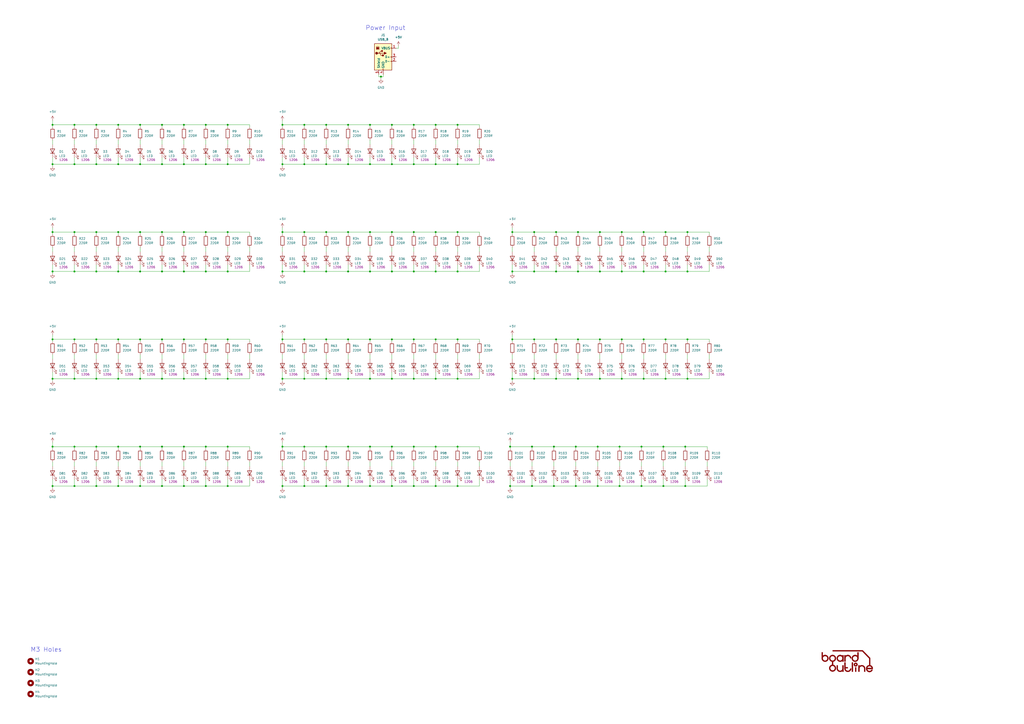
<source format=kicad_sch>
(kicad_sch (version 20230121) (generator eeschema)
  (paper "A2")
  (title_block (title "TH Solder Tutorial LEDs") (rev "V1.0"))
  (junction (at 30.48 281.94))
  (junction (at 372.11 281.94))
  (junction (at 265.43 196.85))
  (junction (at 227.33 219.71))
  (junction (at 81.28 134.62))
  (junction (at 106.68 157.48))
  (junction (at 214.63 95.25))
  (junction (at 55.88 219.71))
  (junction (at 386.08 134.62))
  (junction (at 81.28 219.71))
  (junction (at 295.91 259.08))
  (junction (at 93.98 95.25))
  (junction (at 297.18 196.85))
  (junction (at 308.61 281.94))
  (junction (at 360.68 219.71))
  (junction (at 227.33 196.85))
  (junction (at 43.18 219.71))
  (junction (at 227.33 95.25))
  (junction (at 252.73 134.62))
  (junction (at 119.38 157.48))
  (junction (at 43.18 259.08))
  (junction (at 386.08 196.85))
  (junction (at 297.18 219.71))
  (junction (at 240.03 95.25))
  (junction (at 347.98 219.71))
  (junction (at 163.83 157.48))
  (junction (at 43.18 196.85))
  (junction (at 68.58 219.71))
  (junction (at 132.08 72.39))
  (junction (at 68.58 196.85))
  (junction (at 308.61 259.08))
  (junction (at 55.88 95.25))
  (junction (at 252.73 72.39))
  (junction (at 93.98 157.48))
  (junction (at 93.98 281.94))
  (junction (at 252.73 95.25))
  (junction (at 227.33 157.48))
  (junction (at 214.63 134.62))
  (junction (at 201.93 157.48))
  (junction (at 214.63 281.94))
  (junction (at 106.68 134.62))
  (junction (at 176.53 157.48))
  (junction (at 106.68 196.85))
  (junction (at 334.01 281.94))
  (junction (at 359.41 281.94))
  (junction (at 176.53 259.08))
  (junction (at 297.18 134.62))
  (junction (at 398.78 196.85))
  (junction (at 386.08 219.71))
  (junction (at 252.73 196.85))
  (junction (at 201.93 259.08))
  (junction (at 93.98 134.62))
  (junction (at 227.33 259.08))
  (junction (at 119.38 72.39))
  (junction (at 189.23 196.85))
  (junction (at 214.63 196.85))
  (junction (at 93.98 259.08))
  (junction (at 346.71 281.94))
  (junction (at 373.38 219.71))
  (junction (at 297.18 157.48))
  (junction (at 163.83 196.85))
  (junction (at 68.58 95.25))
  (junction (at 55.88 196.85))
  (junction (at 55.88 134.62))
  (junction (at 30.48 259.08))
  (junction (at 252.73 259.08))
  (junction (at 398.78 157.48))
  (junction (at 189.23 72.39))
  (junction (at 397.51 281.94))
  (junction (at 106.68 95.25))
  (junction (at 398.78 134.62))
  (junction (at 132.08 95.25))
  (junction (at 163.83 134.62))
  (junction (at 397.51 259.08))
  (junction (at 309.88 157.48))
  (junction (at 163.83 219.71))
  (junction (at 201.93 281.94))
  (junction (at 360.68 134.62))
  (junction (at 227.33 72.39))
  (junction (at 309.88 134.62))
  (junction (at 163.83 259.08))
  (junction (at 176.53 95.25))
  (junction (at 265.43 157.48))
  (junction (at 81.28 72.39))
  (junction (at 372.11 259.08))
  (junction (at 43.18 281.94))
  (junction (at 201.93 95.25))
  (junction (at 322.58 134.62))
  (junction (at 227.33 134.62))
  (junction (at 240.03 72.39))
  (junction (at 265.43 259.08))
  (junction (at 240.03 281.94))
  (junction (at 68.58 72.39))
  (junction (at 252.73 281.94))
  (junction (at 81.28 259.08))
  (junction (at 119.38 134.62))
  (junction (at 132.08 157.48))
  (junction (at 176.53 134.62))
  (junction (at 68.58 134.62))
  (junction (at 189.23 95.25))
  (junction (at 347.98 196.85))
  (junction (at 189.23 219.71))
  (junction (at 335.28 134.62))
  (junction (at 189.23 157.48))
  (junction (at 360.68 196.85))
  (junction (at 106.68 281.94))
  (junction (at 240.03 259.08))
  (junction (at 335.28 219.71))
  (junction (at 265.43 219.71))
  (junction (at 335.28 157.48))
  (junction (at 398.78 219.71))
  (junction (at 334.01 259.08))
  (junction (at 163.83 72.39))
  (junction (at 119.38 219.71))
  (junction (at 30.48 95.25))
  (junction (at 163.83 281.94))
  (junction (at 93.98 219.71))
  (junction (at 347.98 134.62))
  (junction (at 106.68 219.71))
  (junction (at 295.91 281.94))
  (junction (at 322.58 196.85))
  (junction (at 119.38 259.08))
  (junction (at 201.93 72.39))
  (junction (at 106.68 72.39))
  (junction (at 373.38 196.85))
  (junction (at 119.38 281.94))
  (junction (at 347.98 157.48))
  (junction (at 384.81 259.08))
  (junction (at 68.58 281.94))
  (junction (at 335.28 196.85))
  (junction (at 93.98 72.39))
  (junction (at 30.48 72.39))
  (junction (at 132.08 281.94))
  (junction (at 240.03 157.48))
  (junction (at 176.53 281.94))
  (junction (at 386.08 157.48))
  (junction (at 214.63 219.71))
  (junction (at 43.18 95.25))
  (junction (at 55.88 259.08))
  (junction (at 30.48 219.71))
  (junction (at 265.43 134.62))
  (junction (at 346.71 259.08))
  (junction (at 201.93 134.62))
  (junction (at 81.28 196.85))
  (junction (at 360.68 157.48))
  (junction (at 43.18 134.62))
  (junction (at 373.38 134.62))
  (junction (at 30.48 157.48))
  (junction (at 68.58 259.08))
  (junction (at 81.28 281.94))
  (junction (at 321.31 259.08))
  (junction (at 189.23 134.62))
  (junction (at 55.88 281.94))
  (junction (at 55.88 72.39))
  (junction (at 201.93 219.71))
  (junction (at 55.88 157.48))
  (junction (at 265.43 95.25))
  (junction (at 309.88 219.71))
  (junction (at 240.03 196.85))
  (junction (at 322.58 219.71))
  (junction (at 214.63 259.08))
  (junction (at 30.48 134.62))
  (junction (at 106.68 259.08))
  (junction (at 132.08 196.85))
  (junction (at 227.33 281.94))
  (junction (at 176.53 219.71))
  (junction (at 43.18 72.39))
  (junction (at 132.08 134.62))
  (junction (at 201.93 196.85))
  (junction (at 214.63 72.39))
  (junction (at 81.28 157.48))
  (junction (at 163.83 95.25))
  (junction (at 132.08 259.08))
  (junction (at 240.03 134.62))
  (junction (at 93.98 196.85))
  (junction (at 220.98 44.45))
  (junction (at 176.53 196.85))
  (junction (at 322.58 157.48))
  (junction (at 214.63 157.48))
  (junction (at 252.73 219.71))
  (junction (at 189.23 259.08))
  (junction (at 309.88 196.85))
  (junction (at 359.41 259.08))
  (junction (at 43.18 157.48))
  (junction (at 132.08 219.71))
  (junction (at 252.73 157.48))
  (junction (at 189.23 281.94))
  (junction (at 119.38 196.85))
  (junction (at 81.28 95.25))
  (junction (at 68.58 157.48))
  (junction (at 384.81 281.94))
  (junction (at 240.03 219.71))
  (junction (at 373.38 157.48))
  (junction (at 119.38 95.25))
  (junction (at 265.43 72.39))
  (junction (at 176.53 72.39))
  (junction (at 321.31 281.94))
  (junction (at 265.43 281.94))
  (junction (at 30.48 196.85))
  (wire (pts (xy 201.93 205.74) (xy 201.93 208.28)))
  (wire (pts (xy 43.18 281.94) (xy 30.48 281.94)))
  (wire (pts (xy 227.33 157.48) (xy 214.63 157.48)))
  (wire (pts (xy 43.18 157.48) (xy 30.48 157.48)))
  (wire (pts (xy 132.08 205.74) (xy 132.08 208.28)))
  (wire (pts (xy 132.08 196.85) (xy 119.38 196.85)))
  (wire (pts (xy 189.23 196.85) (xy 176.53 196.85)))
  (wire (pts (xy 410.21 259.08) (xy 397.51 259.08)))
  (wire (pts (xy 43.18 91.44) (xy 43.18 95.25)))
  (wire (pts (xy 252.73 95.25) (xy 240.03 95.25)))
  (wire (pts (xy 106.68 134.62) (xy 93.98 134.62)))
  (wire (pts (xy 220.98 44.45) (xy 222.25 44.45)))
  (wire (pts (xy 252.73 143.51) (xy 252.73 146.05)))
  (wire (pts (xy 144.78 259.08) (xy 132.08 259.08)))
  (wire (pts (xy 359.41 281.94) (xy 346.71 281.94)))
  (wire (pts (xy 386.08 143.51) (xy 386.08 146.05)))
  (wire (pts (xy 43.18 143.51) (xy 43.18 146.05)))
  (wire (pts (xy 398.78 157.48) (xy 386.08 157.48)))
  (wire (pts (xy 397.51 260.35) (xy 397.51 259.08)))
  (wire (pts (xy 335.28 205.74) (xy 335.28 208.28)))
  (wire (pts (xy 68.58 81.28) (xy 68.58 83.82)))
  (wire (pts (xy 93.98 153.67) (xy 93.98 157.48)))
  (wire (pts (xy 43.18 260.35) (xy 43.18 259.08)))
  (wire (pts (xy 201.93 157.48) (xy 189.23 157.48)))
  (wire (pts (xy 30.48 153.67) (xy 30.48 157.48)))
  (wire (pts (xy 240.03 91.44) (xy 240.03 95.25)))
  (wire (pts (xy 252.73 260.35) (xy 252.73 259.08)))
  (wire (pts (xy 252.73 81.28) (xy 252.73 83.82)))
  (wire (pts (xy 252.73 267.97) (xy 252.73 270.51)))
  (wire (pts (xy 240.03 278.13) (xy 240.03 281.94)))
  (wire (pts (xy 132.08 73.66) (xy 132.08 72.39)))
  (wire (pts (xy 411.48 205.74) (xy 411.48 208.28)))
  (wire (pts (xy 411.48 157.48) (xy 398.78 157.48)))
  (wire (pts (xy 30.48 281.94) (xy 30.48 283.21)))
  (wire (pts (xy 106.68 215.9) (xy 106.68 219.71)))
  (wire (pts (xy 93.98 259.08) (xy 81.28 259.08)))
  (wire (pts (xy 265.43 81.28) (xy 265.43 83.82)))
  (wire (pts (xy 227.33 205.74) (xy 227.33 208.28)))
  (wire (pts (xy 163.83 267.97) (xy 163.83 270.51)))
  (wire (pts (xy 252.73 157.48) (xy 240.03 157.48)))
  (wire (pts (xy 163.83 196.85) (xy 163.83 198.12)))
  (wire (pts (xy 43.18 196.85) (xy 30.48 196.85)))
  (wire (pts (xy 222.25 43.18) (xy 222.25 44.45)))
  (wire (pts (xy 132.08 281.94) (xy 119.38 281.94)))
  (wire (pts (xy 68.58 267.97) (xy 68.58 270.51)))
  (wire (pts (xy 30.48 267.97) (xy 30.48 270.51)))
  (wire (pts (xy 30.48 194.31) (xy 30.48 196.85)))
  (wire (pts (xy 132.08 278.13) (xy 132.08 281.94)))
  (wire (pts (xy 265.43 72.39) (xy 252.73 72.39)))
  (wire (pts (xy 359.41 278.13) (xy 359.41 281.94)))
  (wire (pts (xy 30.48 132.08) (xy 30.48 134.62)))
  (wire (pts (xy 106.68 81.28) (xy 106.68 83.82)))
  (wire (pts (xy 265.43 278.13) (xy 265.43 281.94)))
  (wire (pts (xy 373.38 134.62) (xy 360.68 134.62)))
  (wire (pts (xy 347.98 153.67) (xy 347.98 157.48)))
  (wire (pts (xy 30.48 196.85) (xy 30.48 198.12)))
  (wire (pts (xy 43.18 278.13) (xy 43.18 281.94)))
  (wire (pts (xy 214.63 157.48) (xy 201.93 157.48)))
  (wire (pts (xy 30.48 157.48) (xy 30.48 158.75)))
  (wire (pts (xy 386.08 205.74) (xy 386.08 208.28)))
  (wire (pts (xy 227.33 135.89) (xy 227.33 134.62)))
  (wire (pts (xy 119.38 72.39) (xy 106.68 72.39)))
  (wire (pts (xy 144.78 281.94) (xy 132.08 281.94)))
  (wire (pts (xy 265.43 196.85) (xy 252.73 196.85)))
  (wire (pts (xy 201.93 134.62) (xy 189.23 134.62)))
  (wire (pts (xy 227.33 278.13) (xy 227.33 281.94)))
  (wire (pts (xy 68.58 205.74) (xy 68.58 208.28)))
  (wire (pts (xy 106.68 259.08) (xy 93.98 259.08)))
  (wire (pts (xy 386.08 196.85) (xy 373.38 196.85)))
  (wire (pts (xy 410.21 260.35) (xy 410.21 259.08)))
  (wire (pts (xy 55.88 153.67) (xy 55.88 157.48)))
  (wire (pts (xy 55.88 260.35) (xy 55.88 259.08)))
  (wire (pts (xy 322.58 143.51) (xy 322.58 146.05)))
  (wire (pts (xy 68.58 143.51) (xy 68.58 146.05)))
  (wire (pts (xy 297.18 194.31) (xy 297.18 196.85)))
  (wire (pts (xy 30.48 95.25) (xy 30.48 96.52)))
  (wire (pts (xy 201.93 267.97) (xy 201.93 270.51)))
  (wire (pts (xy 278.13 205.74) (xy 278.13 208.28)))
  (wire (pts (xy 386.08 153.67) (xy 386.08 157.48)))
  (wire (pts (xy 373.38 157.48) (xy 360.68 157.48)))
  (wire (pts (xy 308.61 267.97) (xy 308.61 270.51)))
  (wire (pts (xy 93.98 157.48) (xy 81.28 157.48)))
  (wire (pts (xy 265.43 259.08) (xy 252.73 259.08)))
  (wire (pts (xy 295.91 267.97) (xy 295.91 270.51)))
  (wire (pts (xy 43.18 135.89) (xy 43.18 134.62)))
  (wire (pts (xy 163.83 281.94) (xy 163.83 283.21)))
  (wire (pts (xy 55.88 81.28) (xy 55.88 83.82)))
  (wire (pts (xy 386.08 198.12) (xy 386.08 196.85)))
  (wire (pts (xy 189.23 259.08) (xy 176.53 259.08)))
  (wire (pts (xy 144.78 196.85) (xy 132.08 196.85)))
  (wire (pts (xy 386.08 157.48) (xy 373.38 157.48)))
  (wire (pts (xy 214.63 215.9) (xy 214.63 219.71)))
  (wire (pts (xy 373.38 205.74) (xy 373.38 208.28)))
  (wire (pts (xy 106.68 91.44) (xy 106.68 95.25)))
  (wire (pts (xy 295.91 259.08) (xy 295.91 260.35)))
  (wire (pts (xy 240.03 260.35) (xy 240.03 259.08)))
  (wire (pts (xy 106.68 278.13) (xy 106.68 281.94)))
  (wire (pts (xy 55.88 73.66) (xy 55.88 72.39)))
  (wire (pts (xy 321.31 281.94) (xy 308.61 281.94)))
  (wire (pts (xy 43.18 215.9) (xy 43.18 219.71)))
  (wire (pts (xy 278.13 281.94) (xy 265.43 281.94)))
  (wire (pts (xy 119.38 267.97) (xy 119.38 270.51)))
  (wire (pts (xy 240.03 73.66) (xy 240.03 72.39)))
  (wire (pts (xy 398.78 215.9) (xy 398.78 219.71)))
  (wire (pts (xy 214.63 143.51) (xy 214.63 146.05)))
  (wire (pts (xy 335.28 198.12) (xy 335.28 196.85)))
  (wire (pts (xy 106.68 95.25) (xy 93.98 95.25)))
  (wire (pts (xy 347.98 135.89) (xy 347.98 134.62)))
  (wire (pts (xy 132.08 215.9) (xy 132.08 219.71)))
  (wire (pts (xy 132.08 143.51) (xy 132.08 146.05)))
  (wire (pts (xy 201.93 196.85) (xy 189.23 196.85)))
  (wire (pts (xy 55.88 198.12) (xy 55.88 196.85)))
  (wire (pts (xy 309.88 196.85) (xy 297.18 196.85)))
  (wire (pts (xy 278.13 135.89) (xy 278.13 134.62)))
  (wire (pts (xy 163.83 215.9) (xy 163.83 219.71)))
  (wire (pts (xy 252.73 219.71) (xy 240.03 219.71)))
  (wire (pts (xy 68.58 153.67) (xy 68.58 157.48)))
  (wire (pts (xy 81.28 281.94) (xy 68.58 281.94)))
  (wire (pts (xy 335.28 143.51) (xy 335.28 146.05)))
  (wire (pts (xy 106.68 196.85) (xy 93.98 196.85)))
  (wire (pts (xy 227.33 81.28) (xy 227.33 83.82)))
  (wire (pts (xy 411.48 219.71) (xy 398.78 219.71)))
  (wire (pts (xy 189.23 260.35) (xy 189.23 259.08)))
  (wire (pts (xy 176.53 81.28) (xy 176.53 83.82)))
  (wire (pts (xy 252.73 205.74) (xy 252.73 208.28)))
  (wire (pts (xy 252.73 73.66) (xy 252.73 72.39)))
  (wire (pts (xy 265.43 205.74) (xy 265.43 208.28)))
  (wire (pts (xy 189.23 219.71) (xy 176.53 219.71)))
  (wire (pts (xy 278.13 267.97) (xy 278.13 270.51)))
  (wire (pts (xy 278.13 219.71) (xy 265.43 219.71)))
  (wire (pts (xy 346.71 267.97) (xy 346.71 270.51)))
  (wire (pts (xy 144.78 198.12) (xy 144.78 196.85)))
  (wire (pts (xy 30.48 256.54) (xy 30.48 259.08)))
  (wire (pts (xy 335.28 134.62) (xy 322.58 134.62)))
  (wire (pts (xy 322.58 196.85) (xy 309.88 196.85)))
  (wire (pts (xy 278.13 81.28) (xy 278.13 83.82)))
  (wire (pts (xy 189.23 215.9) (xy 189.23 219.71)))
  (wire (pts (xy 252.73 215.9) (xy 252.73 219.71)))
  (wire (pts (xy 360.68 153.67) (xy 360.68 157.48)))
  (wire (pts (xy 201.93 91.44) (xy 201.93 95.25)))
  (wire (pts (xy 119.38 219.71) (xy 106.68 219.71)))
  (wire (pts (xy 322.58 135.89) (xy 322.58 134.62)))
  (wire (pts (xy 347.98 198.12) (xy 347.98 196.85)))
  (wire (pts (xy 93.98 260.35) (xy 93.98 259.08)))
  (wire (pts (xy 30.48 134.62) (xy 30.48 135.89)))
  (wire (pts (xy 240.03 81.28) (xy 240.03 83.82)))
  (wire (pts (xy 106.68 72.39) (xy 93.98 72.39)))
  (wire (pts (xy 297.18 153.67) (xy 297.18 157.48)))
  (wire (pts (xy 68.58 198.12) (xy 68.58 196.85)))
  (wire (pts (xy 278.13 72.39) (xy 265.43 72.39)))
  (wire (pts (xy 240.03 157.48) (xy 227.33 157.48)))
  (wire (pts (xy 81.28 134.62) (xy 68.58 134.62)))
  (wire (pts (xy 231.14 27.94) (xy 229.87 27.94)))
  (wire (pts (xy 359.41 267.97) (xy 359.41 270.51)))
  (wire (pts (xy 386.08 215.9) (xy 386.08 219.71)))
  (wire (pts (xy 30.48 219.71) (xy 30.48 220.98)))
  (wire (pts (xy 372.11 267.97) (xy 372.11 270.51)))
  (wire (pts (xy 176.53 281.94) (xy 163.83 281.94)))
  (wire (pts (xy 132.08 157.48) (xy 119.38 157.48)))
  (wire (pts (xy 214.63 153.67) (xy 214.63 157.48)))
  (wire (pts (xy 81.28 72.39) (xy 68.58 72.39)))
  (wire (pts (xy 119.38 278.13) (xy 119.38 281.94)))
  (wire (pts (xy 372.11 259.08) (xy 359.41 259.08)))
  (wire (pts (xy 93.98 198.12) (xy 93.98 196.85)))
  (wire (pts (xy 384.81 260.35) (xy 384.81 259.08)))
  (wire (pts (xy 176.53 205.74) (xy 176.53 208.28)))
  (wire (pts (xy 227.33 73.66) (xy 227.33 72.39)))
  (wire (pts (xy 201.93 73.66) (xy 201.93 72.39)))
  (wire (pts (xy 214.63 73.66) (xy 214.63 72.39)))
  (wire (pts (xy 176.53 134.62) (xy 163.83 134.62)))
  (wire (pts (xy 119.38 91.44) (xy 119.38 95.25)))
  (wire (pts (xy 176.53 72.39) (xy 163.83 72.39)))
  (wire (pts (xy 119.38 157.48) (xy 106.68 157.48)))
  (wire (pts (xy 144.78 153.67) (xy 144.78 157.48)))
  (wire (pts (xy 176.53 278.13) (xy 176.53 281.94)))
  (wire (pts (xy 346.71 259.08) (xy 334.01 259.08)))
  (wire (pts (xy 81.28 278.13) (xy 81.28 281.94)))
  (wire (pts (xy 81.28 135.89) (xy 81.28 134.62)))
  (wire (pts (xy 144.78 219.71) (xy 132.08 219.71)))
  (wire (pts (xy 189.23 81.28) (xy 189.23 83.82)))
  (wire (pts (xy 176.53 259.08) (xy 163.83 259.08)))
  (wire (pts (xy 411.48 153.67) (xy 411.48 157.48)))
  (wire (pts (xy 322.58 215.9) (xy 322.58 219.71)))
  (wire (pts (xy 93.98 215.9) (xy 93.98 219.71)))
  (wire (pts (xy 132.08 260.35) (xy 132.08 259.08)))
  (wire (pts (xy 81.28 259.08) (xy 68.58 259.08)))
  (wire (pts (xy 227.33 259.08) (xy 214.63 259.08)))
  (wire (pts (xy 321.31 267.97) (xy 321.31 270.51)))
  (wire (pts (xy 119.38 73.66) (xy 119.38 72.39)))
  (wire (pts (xy 384.81 278.13) (xy 384.81 281.94)))
  (wire (pts (xy 119.38 260.35) (xy 119.38 259.08)))
  (wire (pts (xy 132.08 134.62) (xy 119.38 134.62)))
  (wire (pts (xy 163.83 153.67) (xy 163.83 157.48)))
  (wire (pts (xy 55.88 91.44) (xy 55.88 95.25)))
  (wire (pts (xy 410.21 281.94) (xy 397.51 281.94)))
  (wire (pts (xy 106.68 260.35) (xy 106.68 259.08)))
  (wire (pts (xy 81.28 198.12) (xy 81.28 196.85)))
  (wire (pts (xy 214.63 260.35) (xy 214.63 259.08)))
  (wire (pts (xy 43.18 198.12) (xy 43.18 196.85)))
  (wire (pts (xy 278.13 198.12) (xy 278.13 196.85)))
  (wire (pts (xy 397.51 278.13) (xy 397.51 281.94)))
  (wire (pts (xy 93.98 91.44) (xy 93.98 95.25)))
  (wire (pts (xy 68.58 278.13) (xy 68.58 281.94)))
  (wire (pts (xy 309.88 135.89) (xy 309.88 134.62)))
  (wire (pts (xy 397.51 267.97) (xy 397.51 270.51)))
  (wire (pts (xy 93.98 95.25) (xy 81.28 95.25)))
  (wire (pts (xy 68.58 157.48) (xy 55.88 157.48)))
  (wire (pts (xy 278.13 278.13) (xy 278.13 281.94)))
  (wire (pts (xy 231.14 26.67) (xy 231.14 27.94)))
  (wire (pts (xy 144.78 95.25) (xy 132.08 95.25)))
  (wire (pts (xy 214.63 91.44) (xy 214.63 95.25)))
  (wire (pts (xy 132.08 91.44) (xy 132.08 95.25)))
  (wire (pts (xy 265.43 135.89) (xy 265.43 134.62)))
  (wire (pts (xy 201.93 260.35) (xy 201.93 259.08)))
  (wire (pts (xy 176.53 219.71) (xy 163.83 219.71)))
  (wire (pts (xy 240.03 135.89) (xy 240.03 134.62)))
  (wire (pts (xy 214.63 72.39) (xy 201.93 72.39)))
  (wire (pts (xy 265.43 267.97) (xy 265.43 270.51)))
  (wire (pts (xy 240.03 267.97) (xy 240.03 270.51)))
  (wire (pts (xy 373.38 153.67) (xy 373.38 157.48)))
  (wire (pts (xy 227.33 72.39) (xy 214.63 72.39)))
  (wire (pts (xy 373.38 143.51) (xy 373.38 146.05)))
  (wire (pts (xy 189.23 95.25) (xy 176.53 95.25)))
  (wire (pts (xy 360.68 135.89) (xy 360.68 134.62)))
  (wire (pts (xy 176.53 260.35) (xy 176.53 259.08)))
  (wire (pts (xy 43.18 153.67) (xy 43.18 157.48)))
  (wire (pts (xy 176.53 153.67) (xy 176.53 157.48)))
  (wire (pts (xy 163.83 219.71) (xy 163.83 220.98)))
  (wire (pts (xy 308.61 260.35) (xy 308.61 259.08)))
  (wire (pts (xy 227.33 143.51) (xy 227.33 146.05)))
  (wire (pts (xy 278.13 215.9) (xy 278.13 219.71)))
  (wire (pts (xy 278.13 153.67) (xy 278.13 157.48)))
  (wire (pts (xy 214.63 281.94) (xy 201.93 281.94)))
  (wire (pts (xy 43.18 259.08) (xy 30.48 259.08)))
  (wire (pts (xy 163.83 259.08) (xy 163.83 260.35)))
  (wire (pts (xy 297.18 205.74) (xy 297.18 208.28)))
  (wire (pts (xy 295.91 278.13) (xy 295.91 281.94)))
  (wire (pts (xy 398.78 143.51) (xy 398.78 146.05)))
  (wire (pts (xy 278.13 91.44) (xy 278.13 95.25)))
  (wire (pts (xy 30.48 278.13) (xy 30.48 281.94)))
  (wire (pts (xy 81.28 205.74) (xy 81.28 208.28)))
  (wire (pts (xy 347.98 143.51) (xy 347.98 146.05)))
  (wire (pts (xy 360.68 157.48) (xy 347.98 157.48)))
  (wire (pts (xy 334.01 259.08) (xy 321.31 259.08)))
  (wire (pts (xy 30.48 143.51) (xy 30.48 146.05)))
  (wire (pts (xy 163.83 157.48) (xy 163.83 158.75)))
  (wire (pts (xy 309.88 198.12) (xy 309.88 196.85)))
  (wire (pts (xy 265.43 153.67) (xy 265.43 157.48)))
  (wire (pts (xy 398.78 135.89) (xy 398.78 134.62)))
  (wire (pts (xy 132.08 219.71) (xy 119.38 219.71)))
  (wire (pts (xy 334.01 278.13) (xy 334.01 281.94)))
  (wire (pts (xy 68.58 135.89) (xy 68.58 134.62)))
  (wire (pts (xy 189.23 278.13) (xy 189.23 281.94)))
  (wire (pts (xy 227.33 91.44) (xy 227.33 95.25)))
  (wire (pts (xy 132.08 267.97) (xy 132.08 270.51)))
  (wire (pts (xy 43.18 72.39) (xy 30.48 72.39)))
  (wire (pts (xy 189.23 134.62) (xy 176.53 134.62)))
  (wire (pts (xy 68.58 281.94) (xy 55.88 281.94)))
  (wire (pts (xy 335.28 219.71) (xy 322.58 219.71)))
  (wire (pts (xy 189.23 143.51) (xy 189.23 146.05)))
  (wire (pts (xy 398.78 205.74) (xy 398.78 208.28)))
  (wire (pts (xy 68.58 73.66) (xy 68.58 72.39)))
  (wire (pts (xy 163.83 69.85) (xy 163.83 72.39)))
  (wire (pts (xy 347.98 219.71) (xy 335.28 219.71)))
  (wire (pts (xy 360.68 134.62) (xy 347.98 134.62)))
  (wire (pts (xy 411.48 143.51) (xy 411.48 146.05)))
  (wire (pts (xy 372.11 260.35) (xy 372.11 259.08)))
  (wire (pts (xy 189.23 91.44) (xy 189.23 95.25)))
  (wire (pts (xy 189.23 198.12) (xy 189.23 196.85)))
  (wire (pts (xy 308.61 259.08) (xy 295.91 259.08)))
  (wire (pts (xy 384.81 281.94) (xy 372.11 281.94)))
  (wire (pts (xy 163.83 134.62) (xy 163.83 135.89)))
  (wire (pts (xy 55.88 135.89) (xy 55.88 134.62)))
  (wire (pts (xy 144.78 91.44) (xy 144.78 95.25)))
  (wire (pts (xy 132.08 81.28) (xy 132.08 83.82)))
  (wire (pts (xy 201.93 72.39) (xy 189.23 72.39)))
  (wire (pts (xy 334.01 281.94) (xy 321.31 281.94)))
  (wire (pts (xy 252.73 91.44) (xy 252.73 95.25)))
  (wire (pts (xy 347.98 134.62) (xy 335.28 134.62)))
  (wire (pts (xy 189.23 267.97) (xy 189.23 270.51)))
  (wire (pts (xy 297.18 219.71) (xy 297.18 220.98)))
  (wire (pts (xy 68.58 219.71) (xy 55.88 219.71)))
  (wire (pts (xy 144.78 260.35) (xy 144.78 259.08)))
  (wire (pts (xy 163.83 132.08) (xy 163.83 134.62)))
  (wire (pts (xy 227.33 215.9) (xy 227.33 219.71)))
  (wire (pts (xy 227.33 198.12) (xy 227.33 196.85)))
  (wire (pts (xy 132.08 153.67) (xy 132.08 157.48)))
  (wire (pts (xy 43.18 134.62) (xy 30.48 134.62)))
  (wire (pts (xy 252.73 196.85) (xy 240.03 196.85)))
  (wire (pts (xy 163.83 95.25) (xy 163.83 96.52)))
  (wire (pts (xy 252.73 135.89) (xy 252.73 134.62)))
  (wire (pts (xy 240.03 153.67) (xy 240.03 157.48)))
  (wire (pts (xy 265.43 95.25) (xy 252.73 95.25)))
  (wire (pts (xy 81.28 143.51) (xy 81.28 146.05)))
  (wire (pts (xy 81.28 267.97) (xy 81.28 270.51)))
  (wire (pts (xy 334.01 267.97) (xy 334.01 270.51)))
  (wire (pts (xy 386.08 219.71) (xy 373.38 219.71)))
  (wire (pts (xy 119.38 134.62) (xy 106.68 134.62)))
  (wire (pts (xy 119.38 259.08) (xy 106.68 259.08)))
  (wire (pts (xy 176.53 198.12) (xy 176.53 196.85)))
  (wire (pts (xy 93.98 278.13) (xy 93.98 281.94)))
  (wire (pts (xy 297.18 215.9) (xy 297.18 219.71)))
  (wire (pts (xy 360.68 205.74) (xy 360.68 208.28)))
  (wire (pts (xy 321.31 260.35) (xy 321.31 259.08)))
  (wire (pts (xy 163.83 143.51) (xy 163.83 146.05)))
  (wire (pts (xy 373.38 196.85) (xy 360.68 196.85)))
  (wire (pts (xy 163.83 72.39) (xy 163.83 73.66)))
  (wire (pts (xy 176.53 135.89) (xy 176.53 134.62)))
  (wire (pts (xy 55.88 281.94) (xy 43.18 281.94)))
  (wire (pts (xy 360.68 143.51) (xy 360.68 146.05)))
  (wire (pts (xy 81.28 73.66) (xy 81.28 72.39)))
  (wire (pts (xy 252.73 72.39) (xy 240.03 72.39)))
  (wire (pts (xy 219.71 43.18) (xy 219.71 44.45)))
  (wire (pts (xy 335.28 196.85) (xy 322.58 196.85)))
  (wire (pts (xy 144.78 81.28) (xy 144.78 83.82)))
  (wire (pts (xy 163.83 278.13) (xy 163.83 281.94)))
  (wire (pts (xy 411.48 196.85) (xy 398.78 196.85)))
  (wire (pts (xy 278.13 95.25) (xy 265.43 95.25)))
  (wire (pts (xy 189.23 153.67) (xy 189.23 157.48)))
  (wire (pts (xy 227.33 219.71) (xy 214.63 219.71)))
  (wire (pts (xy 93.98 73.66) (xy 93.98 72.39)))
  (wire (pts (xy 347.98 157.48) (xy 335.28 157.48)))
  (wire (pts (xy 227.33 267.97) (xy 227.33 270.51)))
  (wire (pts (xy 334.01 260.35) (xy 334.01 259.08)))
  (wire (pts (xy 93.98 205.74) (xy 93.98 208.28)))
  (wire (pts (xy 372.11 281.94) (xy 359.41 281.94)))
  (wire (pts (xy 81.28 215.9) (xy 81.28 219.71)))
  (wire (pts (xy 55.88 215.9) (xy 55.88 219.71)))
  (wire (pts (xy 163.83 91.44) (xy 163.83 95.25)))
  (wire (pts (xy 68.58 260.35) (xy 68.58 259.08)))
  (wire (pts (xy 119.38 205.74) (xy 119.38 208.28)))
  (wire (pts (xy 93.98 267.97) (xy 93.98 270.51)))
  (wire (pts (xy 68.58 196.85) (xy 55.88 196.85)))
  (wire (pts (xy 265.43 73.66) (xy 265.43 72.39)))
  (wire (pts (xy 30.48 69.85) (xy 30.48 72.39)))
  (wire (pts (xy 398.78 134.62) (xy 386.08 134.62)))
  (wire (pts (xy 189.23 72.39) (xy 176.53 72.39)))
  (wire (pts (xy 297.18 196.85) (xy 297.18 198.12)))
  (wire (pts (xy 189.23 73.66) (xy 189.23 72.39)))
  (wire (pts (xy 144.78 157.48) (xy 132.08 157.48)))
  (wire (pts (xy 227.33 95.25) (xy 214.63 95.25)))
  (wire (pts (xy 176.53 143.51) (xy 176.53 146.05)))
  (wire (pts (xy 93.98 143.51) (xy 93.98 146.05)))
  (wire (pts (xy 297.18 157.48) (xy 297.18 158.75)))
  (wire (pts (xy 176.53 267.97) (xy 176.53 270.51)))
  (wire (pts (xy 252.73 134.62) (xy 240.03 134.62)))
  (wire (pts (xy 227.33 281.94) (xy 214.63 281.94)))
  (wire (pts (xy 201.93 259.08) (xy 189.23 259.08)))
  (wire (pts (xy 373.38 198.12) (xy 373.38 196.85)))
  (wire (pts (xy 297.18 143.51) (xy 297.18 146.05)))
  (wire (pts (xy 265.43 134.62) (xy 252.73 134.62)))
  (wire (pts (xy 240.03 143.51) (xy 240.03 146.05)))
  (wire (pts (xy 55.88 143.51) (xy 55.88 146.05)))
  (wire (pts (xy 322.58 153.67) (xy 322.58 157.48)))
  (wire (pts (xy 398.78 219.71) (xy 386.08 219.71)))
  (wire (pts (xy 321.31 259.08) (xy 308.61 259.08)))
  (wire (pts (xy 309.88 215.9) (xy 309.88 219.71)))
  (wire (pts (xy 265.43 157.48) (xy 252.73 157.48)))
  (wire (pts (xy 214.63 135.89) (xy 214.63 134.62)))
  (wire (pts (xy 398.78 198.12) (xy 398.78 196.85)))
  (wire (pts (xy 93.98 81.28) (xy 93.98 83.82)))
  (wire (pts (xy 176.53 91.44) (xy 176.53 95.25)))
  (wire (pts (xy 265.43 260.35) (xy 265.43 259.08)))
  (wire (pts (xy 278.13 260.35) (xy 278.13 259.08)))
  (wire (pts (xy 322.58 205.74) (xy 322.58 208.28)))
  (wire (pts (xy 163.83 205.74) (xy 163.83 208.28)))
  (wire (pts (xy 265.43 281.94) (xy 252.73 281.94)))
  (wire (pts (xy 309.88 153.67) (xy 309.88 157.48)))
  (wire (pts (xy 106.68 281.94) (xy 93.98 281.94)))
  (wire (pts (xy 176.53 196.85) (xy 163.83 196.85)))
  (wire (pts (xy 43.18 205.74) (xy 43.18 208.28)))
  (wire (pts (xy 373.38 219.71) (xy 360.68 219.71)))
  (wire (pts (xy 144.78 278.13) (xy 144.78 281.94)))
  (wire (pts (xy 411.48 134.62) (xy 398.78 134.62)))
  (wire (pts (xy 240.03 205.74) (xy 240.03 208.28)))
  (wire (pts (xy 30.48 72.39) (xy 30.48 73.66)))
  (wire (pts (xy 201.93 215.9) (xy 201.93 219.71)))
  (wire (pts (xy 81.28 157.48) (xy 68.58 157.48)))
  (wire (pts (xy 81.28 95.25) (xy 68.58 95.25)))
  (wire (pts (xy 335.28 153.67) (xy 335.28 157.48)))
  (wire (pts (xy 132.08 72.39) (xy 119.38 72.39)))
  (wire (pts (xy 384.81 267.97) (xy 384.81 270.51)))
  (wire (pts (xy 93.98 219.71) (xy 81.28 219.71)))
  (wire (pts (xy 93.98 281.94) (xy 81.28 281.94)))
  (wire (pts (xy 201.93 81.28) (xy 201.93 83.82)))
  (wire (pts (xy 373.38 135.89) (xy 373.38 134.62)))
  (wire (pts (xy 119.38 153.67) (xy 119.38 157.48)))
  (wire (pts (xy 106.68 135.89) (xy 106.68 134.62)))
  (wire (pts (xy 93.98 135.89) (xy 93.98 134.62)))
  (wire (pts (xy 411.48 198.12) (xy 411.48 196.85)))
  (wire (pts (xy 335.28 135.89) (xy 335.28 134.62)))
  (wire (pts (xy 240.03 196.85) (xy 227.33 196.85)))
  (wire (pts (xy 335.28 215.9) (xy 335.28 219.71)))
  (wire (pts (xy 189.23 281.94) (xy 176.53 281.94)))
  (wire (pts (xy 68.58 91.44) (xy 68.58 95.25)))
  (wire (pts (xy 81.28 91.44) (xy 81.28 95.25)))
  (wire (pts (xy 240.03 259.08) (xy 227.33 259.08)))
  (wire (pts (xy 176.53 73.66) (xy 176.53 72.39)))
  (wire (pts (xy 240.03 95.25) (xy 227.33 95.25)))
  (wire (pts (xy 346.71 281.94) (xy 334.01 281.94)))
  (wire (pts (xy 81.28 260.35) (xy 81.28 259.08)))
  (wire (pts (xy 132.08 198.12) (xy 132.08 196.85)))
  (wire (pts (xy 163.83 194.31) (xy 163.83 196.85)))
  (wire (pts (xy 43.18 267.97) (xy 43.18 270.51)))
  (wire (pts (xy 411.48 215.9) (xy 411.48 219.71)))
  (wire (pts (xy 201.93 281.94) (xy 189.23 281.94)))
  (wire (pts (xy 240.03 72.39) (xy 227.33 72.39)))
  (wire (pts (xy 308.61 281.94) (xy 295.91 281.94)))
  (wire (pts (xy 308.61 278.13) (xy 308.61 281.94)))
  (wire (pts (xy 176.53 215.9) (xy 176.53 219.71)))
  (wire (pts (xy 309.88 205.74) (xy 309.88 208.28)))
  (wire (pts (xy 68.58 215.9) (xy 68.58 219.71)))
  (wire (pts (xy 201.93 95.25) (xy 189.23 95.25)))
  (wire (pts (xy 278.13 157.48) (xy 265.43 157.48)))
  (wire (pts (xy 144.78 215.9) (xy 144.78 219.71)))
  (wire (pts (xy 214.63 259.08) (xy 201.93 259.08)))
  (wire (pts (xy 373.38 215.9) (xy 373.38 219.71)))
  (wire (pts (xy 265.43 198.12) (xy 265.43 196.85)))
  (wire (pts (xy 295.91 281.94) (xy 295.91 283.21)))
  (wire (pts (xy 309.88 157.48) (xy 297.18 157.48)))
  (wire (pts (xy 214.63 278.13) (xy 214.63 281.94)))
  (wire (pts (xy 201.93 278.13) (xy 201.93 281.94)))
  (wire (pts (xy 119.38 281.94) (xy 106.68 281.94)))
  (wire (pts (xy 346.71 278.13) (xy 346.71 281.94)))
  (wire (pts (xy 360.68 198.12) (xy 360.68 196.85)))
  (wire (pts (xy 240.03 281.94) (xy 227.33 281.94)))
  (wire (pts (xy 106.68 267.97) (xy 106.68 270.51)))
  (wire (pts (xy 397.51 259.08) (xy 384.81 259.08)))
  (wire (pts (xy 43.18 73.66) (xy 43.18 72.39)))
  (wire (pts (xy 360.68 196.85) (xy 347.98 196.85)))
  (wire (pts (xy 119.38 143.51) (xy 119.38 146.05)))
  (wire (pts (xy 55.88 95.25) (xy 43.18 95.25)))
  (wire (pts (xy 55.88 205.74) (xy 55.88 208.28)))
  (wire (pts (xy 93.98 196.85) (xy 81.28 196.85)))
  (wire (pts (xy 227.33 260.35) (xy 227.33 259.08)))
  (wire (pts (xy 214.63 267.97) (xy 214.63 270.51)))
  (wire (pts (xy 106.68 153.67) (xy 106.68 157.48)))
  (wire (pts (xy 30.48 259.08) (xy 30.48 260.35)))
  (wire (pts (xy 144.78 143.51) (xy 144.78 146.05)))
  (wire (pts (xy 297.18 132.08) (xy 297.18 134.62)))
  (wire (pts (xy 335.28 157.48) (xy 322.58 157.48)))
  (wire (pts (xy 55.88 259.08) (xy 43.18 259.08)))
  (wire (pts (xy 240.03 219.71) (xy 227.33 219.71)))
  (wire (pts (xy 214.63 196.85) (xy 201.93 196.85)))
  (wire (pts (xy 398.78 153.67) (xy 398.78 157.48)))
  (wire (pts (xy 144.78 205.74) (xy 144.78 208.28)))
  (wire (pts (xy 144.78 72.39) (xy 132.08 72.39)))
  (wire (pts (xy 346.71 260.35) (xy 346.71 259.08)))
  (wire (pts (xy 347.98 205.74) (xy 347.98 208.28)))
  (wire (pts (xy 30.48 91.44) (xy 30.48 95.25)))
  (wire (pts (xy 252.73 198.12) (xy 252.73 196.85)))
  (wire (pts (xy 359.41 259.08) (xy 346.71 259.08)))
  (wire (pts (xy 240.03 134.62) (xy 227.33 134.62)))
  (wire (pts (xy 68.58 259.08) (xy 55.88 259.08)))
  (wire (pts (xy 119.38 135.89) (xy 119.38 134.62)))
  (wire (pts (xy 309.88 143.51) (xy 309.88 146.05)))
  (wire (pts (xy 372.11 278.13) (xy 372.11 281.94)))
  (wire (pts (xy 265.43 143.51) (xy 265.43 146.05)))
  (wire (pts (xy 347.98 215.9) (xy 347.98 219.71)))
  (wire (pts (xy 410.21 267.97) (xy 410.21 270.51)))
  (wire (pts (xy 309.88 134.62) (xy 297.18 134.62)))
  (wire (pts (xy 55.88 157.48) (xy 43.18 157.48)))
  (wire (pts (xy 201.93 135.89) (xy 201.93 134.62)))
  (wire (pts (xy 297.18 134.62) (xy 297.18 135.89)))
  (wire (pts (xy 132.08 259.08) (xy 119.38 259.08)))
  (wire (pts (xy 144.78 135.89) (xy 144.78 134.62)))
  (wire (pts (xy 144.78 267.97) (xy 144.78 270.51)))
  (wire (pts (xy 410.21 278.13) (xy 410.21 281.94)))
  (wire (pts (xy 220.98 44.45) (xy 220.98 45.72)))
  (wire (pts (xy 359.41 260.35) (xy 359.41 259.08)))
  (wire (pts (xy 214.63 81.28) (xy 214.63 83.82)))
  (wire (pts (xy 81.28 81.28) (xy 81.28 83.82)))
  (wire (pts (xy 43.18 95.25) (xy 30.48 95.25)))
  (wire (pts (xy 252.73 278.13) (xy 252.73 281.94)))
  (wire (pts (xy 278.13 73.66) (xy 278.13 72.39)))
  (wire (pts (xy 30.48 215.9) (xy 30.48 219.71)))
  (wire (pts (xy 219.71 44.45) (xy 220.98 44.45)))
  (wire (pts (xy 30.48 205.74) (xy 30.48 208.28)))
  (wire (pts (xy 386.08 134.62) (xy 373.38 134.62)))
  (wire (pts (xy 55.88 219.71) (xy 43.18 219.71)))
  (wire (pts (xy 360.68 219.71) (xy 347.98 219.71)))
  (wire (pts (xy 265.43 215.9) (xy 265.43 219.71)))
  (wire (pts (xy 144.78 134.62) (xy 132.08 134.62)))
  (wire (pts (xy 81.28 153.67) (xy 81.28 157.48)))
  (wire (pts (xy 30.48 81.28) (xy 30.48 83.82)))
  (wire (pts (xy 214.63 198.12) (xy 214.63 196.85)))
  (wire (pts (xy 163.83 256.54) (xy 163.83 259.08)))
  (wire (pts (xy 68.58 72.39) (xy 55.88 72.39)))
  (wire (pts (xy 119.38 198.12) (xy 119.38 196.85)))
  (wire (pts (xy 119.38 81.28) (xy 119.38 83.82)))
  (wire (pts (xy 55.88 278.13) (xy 55.88 281.94)))
  (wire (pts (xy 278.13 134.62) (xy 265.43 134.62)))
  (wire (pts (xy 81.28 196.85) (xy 68.58 196.85)))
  (wire (pts (xy 106.68 205.74) (xy 106.68 208.28)))
  (wire (pts (xy 214.63 134.62) (xy 201.93 134.62)))
  (wire (pts (xy 163.83 81.28) (xy 163.83 83.82)))
  (wire (pts (xy 201.93 153.67) (xy 201.93 157.48)))
  (wire (pts (xy 106.68 219.71) (xy 93.98 219.71)))
  (wire (pts (xy 322.58 157.48) (xy 309.88 157.48)))
  (wire (pts (xy 214.63 205.74) (xy 214.63 208.28)))
  (wire (pts (xy 68.58 95.25) (xy 55.88 95.25)))
  (wire (pts (xy 43.18 219.71) (xy 30.48 219.71)))
  (wire (pts (xy 360.68 215.9) (xy 360.68 219.71)))
  (wire (pts (xy 384.81 259.08) (xy 372.11 259.08)))
  (wire (pts (xy 119.38 215.9) (xy 119.38 219.71)))
  (wire (pts (xy 93.98 72.39) (xy 81.28 72.39)))
  (wire (pts (xy 176.53 157.48) (xy 163.83 157.48)))
  (wire (pts (xy 411.48 135.89) (xy 411.48 134.62)))
  (wire (pts (xy 55.88 134.62) (xy 43.18 134.62)))
  (wire (pts (xy 321.31 278.13) (xy 321.31 281.94)))
  (wire (pts (xy 106.68 157.48) (xy 93.98 157.48)))
  (wire (pts (xy 106.68 198.12) (xy 106.68 196.85)))
  (wire (pts (xy 398.78 196.85) (xy 386.08 196.85)))
  (wire (pts (xy 55.88 267.97) (xy 55.88 270.51)))
  (wire (pts (xy 55.88 196.85) (xy 43.18 196.85)))
  (wire (pts (xy 189.23 157.48) (xy 176.53 157.48)))
  (wire (pts (xy 43.18 81.28) (xy 43.18 83.82)))
  (wire (pts (xy 227.33 196.85) (xy 214.63 196.85)))
  (wire (pts (xy 201.93 143.51) (xy 201.93 146.05)))
  (wire (pts (xy 240.03 198.12) (xy 240.03 196.85)))
  (wire (pts (xy 295.91 256.54) (xy 295.91 259.08)))
  (wire (pts (xy 278.13 259.08) (xy 265.43 259.08)))
  (wire (pts (xy 265.43 91.44) (xy 265.43 95.25)))
  (wire (pts (xy 252.73 281.94) (xy 240.03 281.94)))
  (wire (pts (xy 189.23 205.74) (xy 189.23 208.28)))
  (wire (pts (xy 227.33 153.67) (xy 227.33 157.48)))
  (wire (pts (xy 68.58 134.62) (xy 55.88 134.62)))
  (wire (pts (xy 322.58 198.12) (xy 322.58 196.85)))
  (wire (pts (xy 265.43 219.71) (xy 252.73 219.71)))
  (wire (pts (xy 214.63 95.25) (xy 201.93 95.25)))
  (wire (pts (xy 227.33 134.62) (xy 214.63 134.62)))
  (wire (pts (xy 240.03 215.9) (xy 240.03 219.71)))
  (wire (pts (xy 132.08 135.89) (xy 132.08 134.62)))
  (wire (pts (xy 278.13 196.85) (xy 265.43 196.85)))
  (wire (pts (xy 252.73 153.67) (xy 252.73 157.48)))
  (wire (pts (xy 106.68 73.66) (xy 106.68 72.39)))
  (wire (pts (xy 214.63 219.71) (xy 201.93 219.71)))
  (wire (pts (xy 132.08 95.25) (xy 119.38 95.25)))
  (wire (pts (xy 106.68 143.51) (xy 106.68 146.05)))
  (wire (pts (xy 252.73 259.08) (xy 240.03 259.08)))
  (wire (pts (xy 309.88 219.71) (xy 297.18 219.71)))
  (wire (pts (xy 93.98 134.62) (xy 81.28 134.62)))
  (wire (pts (xy 201.93 219.71) (xy 189.23 219.71)))
  (wire (pts (xy 189.23 135.89) (xy 189.23 134.62)))
  (wire (pts (xy 119.38 196.85) (xy 106.68 196.85)))
  (wire (pts (xy 119.38 95.25) (xy 106.68 95.25)))
  (wire (pts (xy 386.08 135.89) (xy 386.08 134.62)))
  (wire (pts (xy 322.58 219.71) (xy 309.88 219.71)))
  (wire (pts (xy 55.88 72.39) (xy 43.18 72.39)))
  (wire (pts (xy 278.13 143.51) (xy 278.13 146.05)))
  (wire (pts (xy 81.28 219.71) (xy 68.58 219.71)))
  (wire (pts (xy 176.53 95.25) (xy 163.83 95.25)))
  (wire (pts (xy 144.78 73.66) (xy 144.78 72.39)))
  (wire (pts (xy 397.51 281.94) (xy 384.81 281.94)))
  (wire (pts (xy 322.58 134.62) (xy 309.88 134.62)))
  (wire (pts (xy 347.98 196.85) (xy 335.28 196.85)))
  (wire (pts (xy 201.93 198.12) (xy 201.93 196.85)))
  (text "Power Input\n" (at 212.09 17.78 0) (effects (font (size 2.56 2.56)) (justify left bottom)))
  (text "M3 Holes\n" (at 17.78 378.46 0) (effects (font (size 2.56 2.56)) (justify left bottom)))
  (symbol (lib_id "Device:LED") (at 144.78 149.86 90) (unit 1)
    (property "Reference" "D30" (at 148.59 150.1775 90) (effects (justify right)))
    (property "Value" "LED" (at 148.59 152.7175 90) (effects (justify right)))
    (property "Footprint" "LED_SMD:LED_1206_3216Metric_Pad1.42x1.75mm_HandSolder" (effects hide))
    (property "Size" "1206" (at 151.13 154.94 90))
    (property "Distributor Link" "https://www.lcsc.com/product-detail/Light-Emitting-Diodes-LED_XINGLIGHT-XL-3216UGC_C965825.html" (effects hide))
    (property "Manufacturer" "XINGLIGHT" (effects hide))
    (property "Manufacturer Part Number" "XL-3216UGC" (effects hide))
  )
  (symbol (lib_id "Device:LED") (at 322.58 212.09 90) (unit 1)
    (property "Reference" "D73" (at 326.39 212.4075 90) (effects (justify right)))
    (property "Value" "LED" (at 326.39 214.9475 90) (effects (justify right)))
    (property "Footprint" "LED_SMD:LED_1206_3216Metric_Pad1.42x1.75mm_HandSolder" (effects hide))
    (property "Size" "1206" (at 328.93 217.17 90))
    (property "Distributor Link" "https://www.lcsc.com/product-detail/Light-Emitting-Diodes-LED_XINGLIGHT-XL-3216UGC_C965825.html" (effects hide))
    (property "Manufacturer" "XINGLIGHT" (effects hide))
    (property "Manufacturer Part Number" "XL-3216UGC" (effects hide))
  )
  (symbol (lib_id "Device:LED") (at 214.63 87.63 90) (unit 1)
    (property "Reference" "D15" (at 218.44 87.9475 90) (effects (justify right)))
    (property "Value" "LED" (at 218.44 90.4875 90) (effects (justify right)))
    (property "Footprint" "LED_SMD:LED_1206_3216Metric_Pad1.42x1.75mm_HandSolder" (effects hide))
    (property "Size" "1206" (at 220.98 92.71 90))
    (property "Distributor Link" "https://www.lcsc.com/product-detail/Light-Emitting-Diodes-LED_XINGLIGHT-XL-3216UGC_C965825.html" (effects hide))
    (property "Manufacturer" "XINGLIGHT" (effects hide))
    (property "Manufacturer Part Number" "XL-3216UGC" (effects hide))
  )
  (symbol (lib_id "Device:LED") (at 360.68 212.09 90) (unit 1)
    (property "Reference" "D76" (at 364.49 212.4075 90) (effects (justify right)))
    (property "Value" "LED" (at 364.49 214.9475 90) (effects (justify right)))
    (property "Footprint" "LED_SMD:LED_1206_3216Metric_Pad1.42x1.75mm_HandSolder" (effects hide))
    (property "Size" "1206" (at 367.03 217.17 90))
    (property "Distributor Link" "https://www.lcsc.com/product-detail/Light-Emitting-Diodes-LED_XINGLIGHT-XL-3216UGC_C965825.html" (effects hide))
    (property "Manufacturer" "XINGLIGHT" (effects hide))
    (property "Manufacturer Part Number" "XL-3216UGC" (effects hide))
  )
  (symbol (lib_id "Device:R") (at 30.48 264.16 0) (unit 1)
    (property "Reference" "R81" (at 33.02 262.89 0) (effects (justify left)))
    (property "Value" "220R" (at 33.02 265.43 0) (effects (justify left)))
    (property "Footprint" "Resistor_THT:R_Axial_DIN0204_L3.6mm_D1.6mm_P7.62mm_Horizontal" (effects hide))
  )
  (symbol (lib_id "Device:LED") (at 189.23 212.09 90) (unit 1)
    (property "Reference" "D63" (at 193.04 212.4075 90) (effects (justify right)))
    (property "Value" "LED" (at 193.04 214.9475 90) (effects (justify right)))
    (property "Footprint" "LED_SMD:LED_1206_3216Metric_Pad1.42x1.75mm_HandSolder" (effects hide))
    (property "Size" "1206" (at 195.58 217.17 90))
    (property "Distributor Link" "https://www.lcsc.com/product-detail/Light-Emitting-Diodes-LED_XINGLIGHT-XL-3216UGC_C965825.html" (effects hide))
    (property "Manufacturer" "XINGLIGHT" (effects hide))
    (property "Manufacturer Part Number" "XL-3216UGC" (effects hide))
  )
  (symbol (lib_id "power:GND") (at 163.83 220.98 0) (unit 1)
    (property "Reference" "#PWR016" (effects hide))
    (property "Value" "GND" (at 163.83 226.06 0))
  )
  (symbol (lib_id "Device:LED") (at 240.03 212.09 90) (unit 1)
    (property "Reference" "D67" (at 243.84 212.4075 90) (effects (justify right)))
    (property "Value" "LED" (at 243.84 214.9475 90) (effects (justify right)))
    (property "Footprint" "LED_SMD:LED_1206_3216Metric_Pad1.42x1.75mm_HandSolder" (effects hide))
    (property "Size" "1206" (at 246.38 217.17 90))
    (property "Distributor Link" "https://www.lcsc.com/product-detail/Light-Emitting-Diodes-LED_XINGLIGHT-XL-3216UGC_C965825.html" (effects hide))
    (property "Manufacturer" "XINGLIGHT" (effects hide))
    (property "Manufacturer Part Number" "XL-3216UGC" (effects hide))
  )
  (symbol (lib_id "Device:R") (at 144.78 264.16 0) (unit 1)
    (property "Reference" "R90" (at 147.32 262.89 0) (effects (justify left)))
    (property "Value" "220R" (at 147.32 265.43 0) (effects (justify left)))
    (property "Footprint" "Resistor_THT:R_Axial_DIN0204_L3.6mm_D1.6mm_P7.62mm_Horizontal" (effects hide))
  )
  (symbol (lib_id "Device:LED") (at 81.28 212.09 90) (unit 1)
    (property "Reference" "D55" (at 85.09 212.4075 90) (effects (justify right)))
    (property "Value" "LED" (at 85.09 214.9475 90) (effects (justify right)))
    (property "Footprint" "LED_SMD:LED_1206_3216Metric_Pad1.42x1.75mm_HandSolder" (effects hide))
    (property "Size" "1206" (at 87.63 217.17 90))
    (property "Distributor Link" "https://www.lcsc.com/product-detail/Light-Emitting-Diodes-LED_XINGLIGHT-XL-3216UGC_C965825.html" (effects hide))
    (property "Manufacturer" "XINGLIGHT" (effects hide))
    (property "Manufacturer Part Number" "XL-3216UGC" (effects hide))
  )
  (symbol (lib_id "Device:R") (at 55.88 264.16 0) (unit 1)
    (property "Reference" "R83" (at 58.42 262.89 0) (effects (justify left)))
    (property "Value" "220R" (at 58.42 265.43 0) (effects (justify left)))
    (property "Footprint" "Resistor_THT:R_Axial_DIN0204_L3.6mm_D1.6mm_P7.62mm_Horizontal" (effects hide))
  )
  (symbol (lib_id "Device:LED") (at 335.28 212.09 90) (unit 1)
    (property "Reference" "D74" (at 339.09 212.4075 90) (effects (justify right)))
    (property "Value" "LED" (at 339.09 214.9475 90) (effects (justify right)))
    (property "Footprint" "LED_SMD:LED_1206_3216Metric_Pad1.42x1.75mm_HandSolder" (effects hide))
    (property "Size" "1206" (at 341.63 217.17 90))
    (property "Distributor Link" "https://www.lcsc.com/product-detail/Light-Emitting-Diodes-LED_XINGLIGHT-XL-3216UGC_C965825.html" (effects hide))
    (property "Manufacturer" "XINGLIGHT" (effects hide))
    (property "Manufacturer Part Number" "XL-3216UGC" (effects hide))
  )
  (symbol (lib_id "Device:R") (at 119.38 264.16 0) (unit 1)
    (property "Reference" "R88" (at 121.92 262.89 0) (effects (justify left)))
    (property "Value" "220R" (at 121.92 265.43 0) (effects (justify left)))
    (property "Footprint" "Resistor_THT:R_Axial_DIN0204_L3.6mm_D1.6mm_P7.62mm_Horizontal" (effects hide))
  )
  (symbol (lib_id "Device:LED") (at 201.93 149.86 90) (unit 1)
    (property "Reference" "D34" (at 205.74 150.1775 90) (effects (justify right)))
    (property "Value" "LED" (at 205.74 152.7175 90) (effects (justify right)))
    (property "Footprint" "LED_SMD:LED_1206_3216Metric_Pad1.42x1.75mm_HandSolder" (effects hide))
    (property "Size" "1206" (at 208.28 154.94 90))
    (property "Distributor Link" "https://www.lcsc.com/product-detail/Light-Emitting-Diodes-LED_XINGLIGHT-XL-3216UGC_C965825.html" (effects hide))
    (property "Manufacturer" "XINGLIGHT" (effects hide))
    (property "Manufacturer Part Number" "XL-3216UGC" (effects hide))
  )
  (symbol (lib_id "Connector:USB_B") (at 222.25 33.02 0) (unit 1)
    (property "Reference" "J1" (at 222.25 20.32 0))
    (property "Value" "USB_B" (at 222.25 22.86 0))
    (property "Footprint" "Connector_USB:USB_B_OST_USB-B1HSxx_Horizontal" (effects hide))
    (property "Datasheet" " ~" (effects hide))
    (property "Manufacturer" "XUNPU" (effects hide))
    (property "Manufacturer Part Number" "USB-B10-BRW" (effects hide))
    (property "Distributor Link" "https://www.lcsc.com/product-detail/USB-Connectors_XUNPU-USB-B10-BRW_C720549.html" (effects hide))
  )
  (symbol (lib_id "Device:LED") (at 55.88 212.09 90) (unit 1)
    (property "Reference" "D53" (at 59.69 212.4075 90) (effects (justify right)))
    (property "Value" "LED" (at 59.69 214.9475 90) (effects (justify right)))
    (property "Footprint" "LED_SMD:LED_1206_3216Metric_Pad1.42x1.75mm_HandSolder" (effects hide))
    (property "Size" "1206" (at 62.23 217.17 90))
    (property "Distributor Link" "https://www.lcsc.com/product-detail/Light-Emitting-Diodes-LED_XINGLIGHT-XL-3216UGC_C965825.html" (effects hide))
    (property "Manufacturer" "XINGLIGHT" (effects hide))
    (property "Manufacturer Part Number" "XL-3216UGC" (effects hide))
  )
  (symbol (lib_id "Device:LED") (at 240.03 87.63 90) (unit 1)
    (property "Reference" "D17" (at 243.84 87.9475 90) (effects (justify right)))
    (property "Value" "LED" (at 243.84 90.4875 90) (effects (justify right)))
    (property "Footprint" "LED_SMD:LED_1206_3216Metric_Pad1.42x1.75mm_HandSolder" (effects hide))
    (property "Size" "1206" (at 246.38 92.71 90))
    (property "Distributor Link" "https://www.lcsc.com/product-detail/Light-Emitting-Diodes-LED_XINGLIGHT-XL-3216UGC_C965825.html" (effects hide))
    (property "Manufacturer" "XINGLIGHT" (effects hide))
    (property "Manufacturer Part Number" "XL-3216UGC" (effects hide))
  )
  (symbol (lib_id "Device:LED") (at 132.08 149.86 90) (unit 1)
    (property "Reference" "D29" (at 135.89 150.1775 90) (effects (justify right)))
    (property "Value" "LED" (at 135.89 152.7175 90) (effects (justify right)))
    (property "Footprint" "LED_SMD:LED_1206_3216Metric_Pad1.42x1.75mm_HandSolder" (effects hide))
    (property "Size" "1206" (at 138.43 154.94 90))
    (property "Distributor Link" "https://www.lcsc.com/product-detail/Light-Emitting-Diodes-LED_XINGLIGHT-XL-3216UGC_C965825.html" (effects hide))
    (property "Manufacturer" "XINGLIGHT" (effects hide))
    (property "Manufacturer Part Number" "XL-3216UGC" (effects hide))
  )
  (symbol (lib_id "Device:LED") (at 214.63 149.86 90) (unit 1)
    (property "Reference" "D35" (at 218.44 150.1775 90) (effects (justify right)))
    (property "Value" "LED" (at 218.44 152.7175 90) (effects (justify right)))
    (property "Footprint" "LED_SMD:LED_1206_3216Metric_Pad1.42x1.75mm_HandSolder" (effects hide))
    (property "Size" "1206" (at 220.98 154.94 90))
    (property "Distributor Link" "https://www.lcsc.com/product-detail/Light-Emitting-Diodes-LED_XINGLIGHT-XL-3216UGC_C965825.html" (effects hide))
    (property "Manufacturer" "XINGLIGHT" (effects hide))
    (property "Manufacturer Part Number" "XL-3216UGC" (effects hide))
  )
  (symbol (lib_id "Device:LED") (at 278.13 274.32 90) (unit 1)
    (property "Reference" "D100" (at 281.94 274.6375 90) (effects (justify right)))
    (property "Value" "LED" (at 281.94 277.1775 90) (effects (justify right)))
    (property "Footprint" "LED_SMD:LED_1206_3216Metric_Pad1.42x1.75mm_HandSolder" (effects hide))
    (property "Size" "1206" (at 284.48 279.4 90))
    (property "Distributor Link" "https://www.lcsc.com/product-detail/Light-Emitting-Diodes-LED_XINGLIGHT-XL-3216UGC_C965825.html" (effects hide))
    (property "Manufacturer" "XINGLIGHT" (effects hide))
    (property "Manufacturer Part Number" "XL-3216UGC" (effects hide))
  )
  (symbol (lib_id "power:+5V") (at 295.91 256.54 0) (unit 1)
    (property "Reference" "#PWR023" (effects hide))
    (property "Value" "+5V" (at 295.91 251.46 0))
  )
  (symbol (lib_id "Device:R") (at 214.63 139.7 0) (unit 1)
    (property "Reference" "R35" (at 217.17 138.43 0) (effects (justify left)))
    (property "Value" "220R" (at 217.17 140.97 0) (effects (justify left)))
    (property "Footprint" "Resistor_THT:R_Axial_DIN0204_L3.6mm_D1.6mm_P7.62mm_Horizontal" (effects hide))
  )
  (symbol (lib_id "Device:LED") (at 386.08 212.09 90) (unit 1)
    (property "Reference" "D78" (at 389.89 212.4075 90) (effects (justify right)))
    (property "Value" "LED" (at 389.89 214.9475 90) (effects (justify right)))
    (property "Footprint" "LED_SMD:LED_1206_3216Metric_Pad1.42x1.75mm_HandSolder" (effects hide))
    (property "Size" "1206" (at 392.43 217.17 90))
    (property "Distributor Link" "https://www.lcsc.com/product-detail/Light-Emitting-Diodes-LED_XINGLIGHT-XL-3216UGC_C965825.html" (effects hide))
    (property "Manufacturer" "XINGLIGHT" (effects hide))
    (property "Manufacturer Part Number" "XL-3216UGC" (effects hide))
  )
  (symbol (lib_id "Device:LED") (at 265.43 87.63 90) (unit 1)
    (property "Reference" "D19" (at 269.24 87.9475 90) (effects (justify right)))
    (property "Value" "LED" (at 269.24 90.4875 90) (effects (justify right)))
    (property "Footprint" "LED_SMD:LED_1206_3216Metric_Pad1.42x1.75mm_HandSolder" (effects hide))
    (property "Size" "1206" (at 271.78 92.71 90))
    (property "Distributor Link" "https://www.lcsc.com/product-detail/Light-Emitting-Diodes-LED_XINGLIGHT-XL-3216UGC_C965825.html" (effects hide))
    (property "Manufacturer" "XINGLIGHT" (effects hide))
    (property "Manufacturer Part Number" "XL-3216UGC" (effects hide))
  )
  (symbol (lib_id "Device:R") (at 55.88 77.47 0) (unit 1)
    (property "Reference" "R3" (at 58.42 76.2 0) (effects (justify left)))
    (property "Value" "220R" (at 58.42 78.74 0) (effects (justify left)))
    (property "Footprint" "Resistor_THT:R_Axial_DIN0204_L3.6mm_D1.6mm_P7.62mm_Horizontal" (effects hide))
  )
  (symbol (lib_id "Device:LED") (at 68.58 212.09 90) (unit 1)
    (property "Reference" "D54" (at 72.39 212.4075 90) (effects (justify right)))
    (property "Value" "LED" (at 72.39 214.9475 90) (effects (justify right)))
    (property "Footprint" "LED_SMD:LED_1206_3216Metric_Pad1.42x1.75mm_HandSolder" (effects hide))
    (property "Size" "1206" (at 74.93 217.17 90))
    (property "Distributor Link" "https://www.lcsc.com/product-detail/Light-Emitting-Diodes-LED_XINGLIGHT-XL-3216UGC_C965825.html" (effects hide))
    (property "Manufacturer" "XINGLIGHT" (effects hide))
    (property "Manufacturer Part Number" "XL-3216UGC" (effects hide))
  )
  (symbol (lib_id "power:+5V") (at 297.18 132.08 0) (unit 1)
    (property "Reference" "#PWR011" (effects hide))
    (property "Value" "+5V" (at 297.18 127 0))
  )
  (symbol (lib_id "Device:LED") (at 132.08 87.63 90) (unit 1)
    (property "Reference" "D9" (at 135.89 87.9475 90) (effects (justify right)))
    (property "Value" "LED" (at 135.89 90.4875 90) (effects (justify right)))
    (property "Footprint" "LED_SMD:LED_1206_3216Metric_Pad1.42x1.75mm_HandSolder" (effects hide))
    (property "Size" "1206" (at 138.43 92.71 90))
    (property "Distributor Link" "https://www.lcsc.com/product-detail/Light-Emitting-Diodes-LED_XINGLIGHT-XL-3216UGC_C965825.html" (effects hide))
    (property "Manufacturer" "XINGLIGHT" (effects hide))
    (property "Manufacturer Part Number" "XL-3216UGC" (effects hide))
  )
  (symbol (lib_id "Device:LED") (at 106.68 274.32 90) (unit 1)
    (property "Reference" "D87" (at 110.49 274.6375 90) (effects (justify right)))
    (property "Value" "LED" (at 110.49 277.1775 90) (effects (justify right)))
    (property "Footprint" "LED_SMD:LED_1206_3216Metric_Pad1.42x1.75mm_HandSolder" (effects hide))
    (property "Size" "1206" (at 113.03 279.4 90))
    (property "Distributor Link" "https://www.lcsc.com/product-detail/Light-Emitting-Diodes-LED_XINGLIGHT-XL-3216UGC_C965825.html" (effects hide))
    (property "Manufacturer" "XINGLIGHT" (effects hide))
    (property "Manufacturer Part Number" "XL-3216UGC" (effects hide))
  )
  (symbol (lib_id "power:GND") (at 30.48 96.52 0) (unit 1)
    (property "Reference" "#PWR06" (effects hide))
    (property "Value" "GND" (at 30.48 101.6 0))
  )
  (symbol (lib_id "power:GND") (at 30.48 283.21 0) (unit 1)
    (property "Reference" "#PWR020" (effects hide))
    (property "Value" "GND" (at 30.48 288.29 0))
  )
  (symbol (lib_id "Device:LED") (at 176.53 87.63 90) (unit 1)
    (property "Reference" "D12" (at 180.34 87.9475 90) (effects (justify right)))
    (property "Value" "LED" (at 180.34 90.4875 90) (effects (justify right)))
    (property "Footprint" "LED_SMD:LED_1206_3216Metric_Pad1.42x1.75mm_HandSolder" (effects hide))
    (property "Size" "1206" (at 182.88 92.71 90))
    (property "Distributor Link" "https://www.lcsc.com/product-detail/Light-Emitting-Diodes-LED_XINGLIGHT-XL-3216UGC_C965825.html" (effects hide))
    (property "Manufacturer" "XINGLIGHT" (effects hide))
    (property "Manufacturer Part Number" "XL-3216UGC" (effects hide))
  )
  (symbol (lib_id "Device:R") (at 43.18 77.47 0) (unit 1)
    (property "Reference" "R2" (at 45.72 76.2 0) (effects (justify left)))
    (property "Value" "220R" (at 45.72 78.74 0) (effects (justify left)))
    (property "Footprint" "Resistor_THT:R_Axial_DIN0204_L3.6mm_D1.6mm_P7.62mm_Horizontal" (effects hide))
  )
  (symbol (lib_id "Device:LED") (at 201.93 87.63 90) (unit 1)
    (property "Reference" "D14" (at 205.74 87.9475 90) (effects (justify right)))
    (property "Value" "LED" (at 205.74 90.4875 90) (effects (justify right)))
    (property "Footprint" "LED_SMD:LED_1206_3216Metric_Pad1.42x1.75mm_HandSolder" (effects hide))
    (property "Size" "1206" (at 208.28 92.71 90))
    (property "Distributor Link" "https://www.lcsc.com/product-detail/Light-Emitting-Diodes-LED_XINGLIGHT-XL-3216UGC_C965825.html" (effects hide))
    (property "Manufacturer" "XINGLIGHT" (effects hide))
    (property "Manufacturer Part Number" "XL-3216UGC" (effects hide))
  )
  (symbol (lib_id "Device:R") (at 43.18 139.7 0) (unit 1)
    (property "Reference" "R22" (at 45.72 138.43 0) (effects (justify left)))
    (property "Value" "220R" (at 45.72 140.97 0) (effects (justify left)))
    (property "Footprint" "Resistor_THT:R_Axial_DIN0204_L3.6mm_D1.6mm_P7.62mm_Horizontal" (effects hide))
  )
  (symbol (lib_id "Device:R") (at 297.18 201.93 0) (unit 1)
    (property "Reference" "R71" (at 299.72 200.66 0) (effects (justify left)))
    (property "Value" "220R" (at 299.72 203.2 0) (effects (justify left)))
    (property "Footprint" "Resistor_THT:R_Axial_DIN0204_L3.6mm_D1.6mm_P7.62mm_Horizontal" (effects hide))
  )
  (symbol (lib_id "Device:R") (at 411.48 201.93 0) (unit 1)
    (property "Reference" "R80" (at 414.02 200.66 0) (effects (justify left)))
    (property "Value" "220R" (at 414.02 203.2 0) (effects (justify left)))
    (property "Footprint" "Resistor_THT:R_Axial_DIN0204_L3.6mm_D1.6mm_P7.62mm_Horizontal" (effects hide))
  )
  (symbol (lib_id "Device:LED") (at 252.73 274.32 90) (unit 1)
    (property "Reference" "D98" (at 256.54 274.6375 90) (effects (justify right)))
    (property "Value" "LED" (at 256.54 277.1775 90) (effects (justify right)))
    (property "Footprint" "LED_SMD:LED_1206_3216Metric_Pad1.42x1.75mm_HandSolder" (effects hide))
    (property "Size" "1206" (at 259.08 279.4 90))
    (property "Distributor Link" "https://www.lcsc.com/product-detail/Light-Emitting-Diodes-LED_XINGLIGHT-XL-3216UGC_C965825.html" (effects hide))
    (property "Manufacturer" "XINGLIGHT" (effects hide))
    (property "Manufacturer Part Number" "XL-3216UGC" (effects hide))
  )
  (symbol (lib_id "Device:LED") (at 372.11 274.32 90) (unit 1)
    (property "Reference" "D107" (at 375.92 274.6375 90) (effects (justify right)))
    (property "Value" "LED" (at 375.92 277.1775 90) (effects (justify right)))
    (property "Footprint" "LED_SMD:LED_1206_3216Metric_Pad1.42x1.75mm_HandSolder" (effects hide))
    (property "Size" "1206" (at 378.46 279.4 90))
    (property "Distributor Link" "https://www.lcsc.com/product-detail/Light-Emitting-Diodes-LED_XINGLIGHT-XL-3216UGC_C965825.html" (effects hide))
    (property "Manufacturer" "XINGLIGHT" (effects hide))
    (property "Manufacturer Part Number" "XL-3216UGC" (effects hide))
  )
  (symbol (lib_id "Device:R") (at 68.58 264.16 0) (unit 1)
    (property "Reference" "R84" (at 71.12 262.89 0) (effects (justify left)))
    (property "Value" "220R" (at 71.12 265.43 0) (effects (justify left)))
    (property "Footprint" "Resistor_THT:R_Axial_DIN0204_L3.6mm_D1.6mm_P7.62mm_Horizontal" (effects hide))
  )
  (symbol (lib_id "Device:LED") (at 132.08 274.32 90) (unit 1)
    (property "Reference" "D89" (at 135.89 274.6375 90) (effects (justify right)))
    (property "Value" "LED" (at 135.89 277.1775 90) (effects (justify right)))
    (property "Footprint" "LED_SMD:LED_1206_3216Metric_Pad1.42x1.75mm_HandSolder" (effects hide))
    (property "Size" "1206" (at 138.43 279.4 90))
    (property "Distributor Link" "https://www.lcsc.com/product-detail/Light-Emitting-Diodes-LED_XINGLIGHT-XL-3216UGC_C965825.html" (effects hide))
    (property "Manufacturer" "XINGLIGHT" (effects hide))
    (property "Manufacturer Part Number" "XL-3216UGC" (effects hide))
  )
  (symbol (lib_id "Device:LED") (at 30.48 274.32 90) (unit 1)
    (property "Reference" "D81" (at 34.29 274.6375 90) (effects (justify right)))
    (property "Value" "LED" (at 34.29 277.1775 90) (effects (justify right)))
    (property "Footprint" "LED_SMD:LED_1206_3216Metric_Pad1.42x1.75mm_HandSolder" (effects hide))
    (property "Size" "1206" (at 36.83 279.4 90))
    (property "Distributor Link" "https://www.lcsc.com/product-detail/Light-Emitting-Diodes-LED_XINGLIGHT-XL-3216UGC_C965825.html" (effects hide))
    (property "Manufacturer" "XINGLIGHT" (effects hide))
    (property "Manufacturer Part Number" "XL-3216UGC" (effects hide))
  )
  (symbol (lib_id "power:+5V") (at 30.48 132.08 0) (unit 1)
    (property "Reference" "#PWR03" (effects hide))
    (property "Value" "+5V" (at 30.48 127 0))
  )
  (symbol (lib_id "Device:R") (at 321.31 264.16 0) (unit 1)
    (property "Reference" "R103" (at 323.85 262.89 0) (effects (justify left)))
    (property "Value" "220R" (at 323.85 265.43 0) (effects (justify left)))
    (property "Footprint" "Resistor_THT:R_Axial_DIN0204_L3.6mm_D1.6mm_P7.62mm_Horizontal" (effects hide))
  )
  (symbol (lib_id "power:GND") (at 297.18 158.75 0) (unit 1)
    (property "Reference" "#PWR012" (effects hide))
    (property "Value" "GND" (at 297.18 163.83 0))
  )
  (symbol (lib_id "power:GND") (at 30.48 220.98 0) (unit 1)
    (property "Reference" "#PWR014" (effects hide))
    (property "Value" "GND" (at 30.48 226.06 0))
  )
  (symbol (lib_id "Device:LED") (at 227.33 149.86 90) (unit 1)
    (property "Reference" "D36" (at 231.14 150.1775 90) (effects (justify right)))
    (property "Value" "LED" (at 231.14 152.7175 90) (effects (justify right)))
    (property "Footprint" "LED_SMD:LED_1206_3216Metric_Pad1.42x1.75mm_HandSolder" (effects hide))
    (property "Size" "1206" (at 233.68 154.94 90))
    (property "Distributor Link" "https://www.lcsc.com/product-detail/Light-Emitting-Diodes-LED_XINGLIGHT-XL-3216UGC_C965825.html" (effects hide))
    (property "Manufacturer" "XINGLIGHT" (effects hide))
    (property "Manufacturer Part Number" "XL-3216UGC" (effects hide))
  )
  (symbol (lib_id "power:GND") (at 163.83 96.52 0) (unit 1)
    (property "Reference" "#PWR08" (effects hide))
    (property "Value" "GND" (at 163.83 101.6 0))
  )
  (symbol (lib_id "Device:R") (at 119.38 139.7 0) (unit 1)
    (property "Reference" "R28" (at 121.92 138.43 0) (effects (justify left)))
    (property "Value" "220R" (at 121.92 140.97 0) (effects (justify left)))
    (property "Footprint" "Resistor_THT:R_Axial_DIN0204_L3.6mm_D1.6mm_P7.62mm_Horizontal" (effects hide))
  )
  (symbol (lib_id "Device:LED") (at 265.43 149.86 90) (unit 1)
    (property "Reference" "D39" (at 269.24 150.1775 90) (effects (justify right)))
    (property "Value" "LED" (at 269.24 152.7175 90) (effects (justify right)))
    (property "Footprint" "LED_SMD:LED_1206_3216Metric_Pad1.42x1.75mm_HandSolder" (effects hide))
    (property "Size" "1206" (at 271.78 154.94 90))
    (property "Distributor Link" "https://www.lcsc.com/product-detail/Light-Emitting-Diodes-LED_XINGLIGHT-XL-3216UGC_C965825.html" (effects hide))
    (property "Manufacturer" "XINGLIGHT" (effects hide))
    (property "Manufacturer Part Number" "XL-3216UGC" (effects hide))
  )
  (symbol (lib_id "Device:LED") (at 93.98 87.63 90) (unit 1)
    (property "Reference" "D6" (at 97.79 87.9475 90) (effects (justify right)))
    (property "Value" "LED" (at 97.79 90.4875 90) (effects (justify right)))
    (property "Footprint" "LED_SMD:LED_1206_3216Metric_Pad1.42x1.75mm_HandSolder" (effects hide))
    (property "Size" "1206" (at 100.33 92.71 90))
    (property "Distributor Link" "https://www.lcsc.com/product-detail/Light-Emitting-Diodes-LED_XINGLIGHT-XL-3216UGC_C965825.html" (effects hide))
    (property "Manufacturer" "XINGLIGHT" (effects hide))
    (property "Manufacturer Part Number" "XL-3216UGC" (effects hide))
  )
  (symbol (lib_id "Device:R") (at 68.58 201.93 0) (unit 1)
    (property "Reference" "R54" (at 71.12 200.66 0) (effects (justify left)))
    (property "Value" "220R" (at 71.12 203.2 0) (effects (justify left)))
    (property "Footprint" "Resistor_THT:R_Axial_DIN0204_L3.6mm_D1.6mm_P7.62mm_Horizontal" (effects hide))
  )
  (symbol (lib_id "Device:LED") (at 43.18 87.63 90) (unit 1)
    (property "Reference" "D2" (at 46.99 87.9475 90) (effects (justify right)))
    (property "Value" "LED" (at 46.99 90.4875 90) (effects (justify right)))
    (property "Footprint" "LED_SMD:LED_1206_3216Metric_Pad1.42x1.75mm_HandSolder" (effects hide))
    (property "Size" "1206" (at 49.53 92.71 90))
    (property "Distributor Link" "https://www.lcsc.com/product-detail/Light-Emitting-Diodes-LED_XINGLIGHT-XL-3216UGC_C965825.html" (effects hide))
    (property "Manufacturer" "XINGLIGHT" (effects hide))
    (property "Manufacturer Part Number" "XL-3216UGC" (effects hide))
  )
  (symbol (lib_id "Device:R") (at 55.88 201.93 0) (unit 1)
    (property "Reference" "R53" (at 58.42 200.66 0) (effects (justify left)))
    (property "Value" "220R" (at 58.42 203.2 0) (effects (justify left)))
    (property "Footprint" "Resistor_THT:R_Axial_DIN0204_L3.6mm_D1.6mm_P7.62mm_Horizontal" (effects hide))
  )
  (symbol (lib_id "Device:LED") (at 81.28 274.32 90) (unit 1)
    (property "Reference" "D85" (at 85.09 274.6375 90) (effects (justify right)))
    (property "Value" "LED" (at 85.09 277.1775 90) (effects (justify right)))
    (property "Footprint" "LED_SMD:LED_1206_3216Metric_Pad1.42x1.75mm_HandSolder" (effects hide))
    (property "Size" "1206" (at 87.63 279.4 90))
    (property "Distributor Link" "https://www.lcsc.com/product-detail/Light-Emitting-Diodes-LED_XINGLIGHT-XL-3216UGC_C965825.html" (effects hide))
    (property "Manufacturer" "XINGLIGHT" (effects hide))
    (property "Manufacturer Part Number" "XL-3216UGC" (effects hide))
  )
  (symbol (lib_id "power:GND") (at 220.98 45.72 0) (unit 1)
    (property "Reference" "#PWR01" (effects hide))
    (property "Value" "GND" (at 220.98 50.8 0))
  )
  (symbol (lib_id "Device:R") (at 189.23 77.47 0) (unit 1)
    (property "Reference" "R13" (at 191.77 76.2 0) (effects (justify left)))
    (property "Value" "220R" (at 191.77 78.74 0) (effects (justify left)))
    (property "Footprint" "Resistor_THT:R_Axial_DIN0204_L3.6mm_D1.6mm_P7.62mm_Horizontal" (effects hide))
  )
  (symbol (lib_id "Device:R") (at 68.58 139.7 0) (unit 1)
    (property "Reference" "R24" (at 71.12 138.43 0) (effects (justify left)))
    (property "Value" "220R" (at 71.12 140.97 0) (effects (justify left)))
    (property "Footprint" "Resistor_THT:R_Axial_DIN0204_L3.6mm_D1.6mm_P7.62mm_Horizontal" (effects hide))
  )
  (symbol (lib_id "Device:LED") (at 410.21 274.32 90) (unit 1)
    (property "Reference" "D110" (at 414.02 274.6375 90) (effects (justify right)))
    (property "Value" "LED" (at 414.02 277.1775 90) (effects (justify right)))
    (property "Footprint" "LED_SMD:LED_1206_3216Metric_Pad1.42x1.75mm_HandSolder" (effects hide))
    (property "Size" "1206" (at 416.56 279.4 90))
    (property "Distributor Link" "https://www.lcsc.com/product-detail/Light-Emitting-Diodes-LED_XINGLIGHT-XL-3216UGC_C965825.html" (effects hide))
    (property "Manufacturer" "XINGLIGHT" (effects hide))
    (property "Manufacturer Part Number" "XL-3216UGC" (effects hide))
  )
  (symbol (lib_id "Device:LED") (at 398.78 212.09 90) (unit 1)
    (property "Reference" "D79" (at 402.59 212.4075 90) (effects (justify right)))
    (property "Value" "LED" (at 402.59 214.9475 90) (effects (justify right)))
    (property "Footprint" "LED_SMD:LED_1206_3216Metric_Pad1.42x1.75mm_HandSolder" (effects hide))
    (property "Size" "1206" (at 405.13 217.17 90))
    (property "Distributor Link" "https://www.lcsc.com/product-detail/Light-Emitting-Diodes-LED_XINGLIGHT-XL-3216UGC_C965825.html" (effects hide))
    (property "Manufacturer" "XINGLIGHT" (effects hide))
    (property "Manufacturer Part Number" "XL-3216UGC" (effects hide))
  )
  (symbol (lib_id "Device:LED") (at 386.08 149.86 90) (unit 1)
    (property "Reference" "D48" (at 389.89 150.1775 90) (effects (justify right)))
    (property "Value" "LED" (at 389.89 152.7175 90) (effects (justify right)))
    (property "Footprint" "LED_SMD:LED_1206_3216Metric_Pad1.42x1.75mm_HandSolder" (effects hide))
    (property "Size" "1206" (at 392.43 154.94 90))
    (property "Distributor Link" "https://www.lcsc.com/product-detail/Light-Emitting-Diodes-LED_XINGLIGHT-XL-3216UGC_C965825.html" (effects hide))
    (property "Manufacturer" "XINGLIGHT" (effects hide))
    (property "Manufacturer Part Number" "XL-3216UGC" (effects hide))
  )
  (symbol (lib_id "Device:R") (at 176.53 264.16 0) (unit 1)
    (property "Reference" "R92" (at 179.07 262.89 0) (effects (justify left)))
    (property "Value" "220R" (at 179.07 265.43 0) (effects (justify left)))
    (property "Footprint" "Resistor_THT:R_Axial_DIN0204_L3.6mm_D1.6mm_P7.62mm_Horizontal" (effects hide))
  )
  (symbol (lib_id "Device:LED") (at 189.23 87.63 90) (unit 1)
    (property "Reference" "D13" (at 193.04 87.9475 90) (effects (justify right)))
    (property "Value" "LED" (at 193.04 90.4875 90) (effects (justify right)))
    (property "Footprint" "LED_SMD:LED_1206_3216Metric_Pad1.42x1.75mm_HandSolder" (effects hide))
    (property "Size" "1206" (at 195.58 92.71 90))
    (property "Distributor Link" "https://www.lcsc.com/product-detail/Light-Emitting-Diodes-LED_XINGLIGHT-XL-3216UGC_C965825.html" (effects hide))
    (property "Manufacturer" "XINGLIGHT" (effects hide))
    (property "Manufacturer Part Number" "XL-3216UGC" (effects hide))
  )
  (symbol (lib_id "Device:R") (at 373.38 201.93 0) (unit 1)
    (property "Reference" "R77" (at 375.92 200.66 0) (effects (justify left)))
    (property "Value" "220R" (at 375.92 203.2 0) (effects (justify left)))
    (property "Footprint" "Resistor_THT:R_Axial_DIN0204_L3.6mm_D1.6mm_P7.62mm_Horizontal" (effects hide))
  )
  (symbol (lib_id "Device:R") (at 252.73 201.93 0) (unit 1)
    (property "Reference" "R68" (at 255.27 200.66 0) (effects (justify left)))
    (property "Value" "220R" (at 255.27 203.2 0) (effects (justify left)))
    (property "Footprint" "Resistor_THT:R_Axial_DIN0204_L3.6mm_D1.6mm_P7.62mm_Horizontal" (effects hide))
  )
  (symbol (lib_id "Device:LED") (at 119.38 212.09 90) (unit 1)
    (property "Reference" "D58" (at 123.19 212.4075 90) (effects (justify right)))
    (property "Value" "LED" (at 123.19 214.9475 90) (effects (justify right)))
    (property "Footprint" "LED_SMD:LED_1206_3216Metric_Pad1.42x1.75mm_HandSolder" (effects hide))
    (property "Size" "1206" (at 125.73 217.17 90))
    (property "Distributor Link" "https://www.lcsc.com/product-detail/Light-Emitting-Diodes-LED_XINGLIGHT-XL-3216UGC_C965825.html" (effects hide))
    (property "Manufacturer" "XINGLIGHT" (effects hide))
    (property "Manufacturer Part Number" "XL-3216UGC" (effects hide))
  )
  (symbol (lib_id "Device:R") (at 132.08 77.47 0) (unit 1)
    (property "Reference" "R9" (at 134.62 76.2 0) (effects (justify left)))
    (property "Value" "220R" (at 134.62 78.74 0) (effects (justify left)))
    (property "Footprint" "Resistor_THT:R_Axial_DIN0204_L3.6mm_D1.6mm_P7.62mm_Horizontal" (effects hide))
  )
  (symbol (lib_id "Device:LED") (at 373.38 212.09 90) (unit 1)
    (property "Reference" "D77" (at 377.19 212.4075 90) (effects (justify right)))
    (property "Value" "LED" (at 377.19 214.9475 90) (effects (justify right)))
    (property "Footprint" "LED_SMD:LED_1206_3216Metric_Pad1.42x1.75mm_HandSolder" (effects hide))
    (property "Size" "1206" (at 379.73 217.17 90))
    (property "Distributor Link" "https://www.lcsc.com/product-detail/Light-Emitting-Diodes-LED_XINGLIGHT-XL-3216UGC_C965825.html" (effects hide))
    (property "Manufacturer" "XINGLIGHT" (effects hide))
    (property "Manufacturer Part Number" "XL-3216UGC" (effects hide))
  )
  (symbol (lib_id "Device:R") (at 106.68 139.7 0) (unit 1)
    (property "Reference" "R27" (at 109.22 138.43 0) (effects (justify left)))
    (property "Value" "220R" (at 109.22 140.97 0) (effects (justify left)))
    (property "Footprint" "Resistor_THT:R_Axial_DIN0204_L3.6mm_D1.6mm_P7.62mm_Horizontal" (effects hide))
  )
  (symbol (lib_id "Device:LED") (at 360.68 149.86 90) (unit 1)
    (property "Reference" "D46" (at 364.49 150.1775 90) (effects (justify right)))
    (property "Value" "LED" (at 364.49 152.7175 90) (effects (justify right)))
    (property "Footprint" "LED_SMD:LED_1206_3216Metric_Pad1.42x1.75mm_HandSolder" (effects hide))
    (property "Size" "1206" (at 367.03 154.94 90))
    (property "Distributor Link" "https://www.lcsc.com/product-detail/Light-Emitting-Diodes-LED_XINGLIGHT-XL-3216UGC_C965825.html" (effects hide))
    (property "Manufacturer" "XINGLIGHT" (effects hide))
    (property "Manufacturer Part Number" "XL-3216UGC" (effects hide))
  )
  (symbol (lib_id "Device:LED") (at 144.78 212.09 90) (unit 1)
    (property "Reference" "D60" (at 148.59 212.4075 90) (effects (justify right)))
    (property "Value" "LED" (at 148.59 214.9475 90) (effects (justify right)))
    (property "Footprint" "LED_SMD:LED_1206_3216Metric_Pad1.42x1.75mm_HandSolder" (effects hide))
    (property "Size" "1206" (at 151.13 217.17 90))
    (property "Distributor Link" "https://www.lcsc.com/product-detail/Light-Emitting-Diodes-LED_XINGLIGHT-XL-3216UGC_C965825.html" (effects hide))
    (property "Manufacturer" "XINGLIGHT" (effects hide))
    (property "Manufacturer Part Number" "XL-3216UGC" (effects hide))
  )
  (symbol (lib_id "Device:LED") (at 68.58 149.86 90) (unit 1)
    (property "Reference" "D24" (at 72.39 150.1775 90) (effects (justify right)))
    (property "Value" "LED" (at 72.39 152.7175 90) (effects (justify right)))
    (property "Footprint" "LED_SMD:LED_1206_3216Metric_Pad1.42x1.75mm_HandSolder" (effects hide))
    (property "Size" "1206" (at 74.93 154.94 90))
    (property "Distributor Link" "https://www.lcsc.com/product-detail/Light-Emitting-Diodes-LED_XINGLIGHT-XL-3216UGC_C965825.html" (effects hide))
    (property "Manufacturer" "XINGLIGHT" (effects hide))
    (property "Manufacturer Part Number" "XL-3216UGC" (effects hide))
  )
  (symbol (lib_id "Device:R") (at 227.33 77.47 0) (unit 1)
    (property "Reference" "R16" (at 229.87 76.2 0) (effects (justify left)))
    (property "Value" "220R" (at 229.87 78.74 0) (effects (justify left)))
    (property "Footprint" "Resistor_THT:R_Axial_DIN0204_L3.6mm_D1.6mm_P7.62mm_Horizontal" (effects hide))
  )
  (symbol (lib_id "Device:LED") (at 309.88 212.09 90) (unit 1)
    (property "Reference" "D72" (at 313.69 212.4075 90) (effects (justify right)))
    (property "Value" "LED" (at 313.69 214.9475 90) (effects (justify right)))
    (property "Footprint" "LED_SMD:LED_1206_3216Metric_Pad1.42x1.75mm_HandSolder" (effects hide))
    (property "Size" "1206" (at 316.23 217.17 90))
    (property "Distributor Link" "https://www.lcsc.com/product-detail/Light-Emitting-Diodes-LED_XINGLIGHT-XL-3216UGC_C965825.html" (effects hide))
    (property "Manufacturer" "XINGLIGHT" (effects hide))
    (property "Manufacturer Part Number" "XL-3216UGC" (effects hide))
  )
  (symbol (lib_id "Device:LED") (at 176.53 274.32 90) (unit 1)
    (property "Reference" "D92" (at 180.34 274.6375 90) (effects (justify right)))
    (property "Value" "LED" (at 180.34 277.1775 90) (effects (justify right)))
    (property "Footprint" "LED_SMD:LED_1206_3216Metric_Pad1.42x1.75mm_HandSolder" (effects hide))
    (property "Size" "1206" (at 182.88 279.4 90))
    (property "Distributor Link" "https://www.lcsc.com/product-detail/Light-Emitting-Diodes-LED_XINGLIGHT-XL-3216UGC_C965825.html" (effects hide))
    (property "Manufacturer" "XINGLIGHT" (effects hide))
    (property "Manufacturer Part Number" "XL-3216UGC" (effects hide))
  )
  (symbol (lib_id "power:+5V") (at 163.83 132.08 0) (unit 1)
    (property "Reference" "#PWR09" (effects hide))
    (property "Value" "+5V" (at 163.83 127 0))
  )
  (symbol (lib_id "Device:R") (at 227.33 264.16 0) (unit 1)
    (property "Reference" "R96" (at 229.87 262.89 0) (effects (justify left)))
    (property "Value" "220R" (at 229.87 265.43 0) (effects (justify left)))
    (property "Footprint" "Resistor_THT:R_Axial_DIN0204_L3.6mm_D1.6mm_P7.62mm_Horizontal" (effects hide))
  )
  (symbol (lib_id "Device:LED") (at 68.58 87.63 90) (unit 1)
    (property "Reference" "D4" (at 72.39 87.9475 90) (effects (justify right)))
    (property "Value" "LED" (at 72.39 90.4875 90) (effects (justify right)))
    (property "Footprint" "LED_SMD:LED_1206_3216Metric_Pad1.42x1.75mm_HandSolder" (effects hide))
    (property "Size" "1206" (at 74.93 92.71 90))
    (property "Distributor Link" "https://www.lcsc.com/product-detail/Light-Emitting-Diodes-LED_XINGLIGHT-XL-3216UGC_C965825.html" (effects hide))
    (property "Manufacturer" "XINGLIGHT" (effects hide))
    (property "Manufacturer Part Number" "XL-3216UGC" (effects hide))
  )
  (symbol (lib_id "Device:R") (at 360.68 139.7 0) (unit 1)
    (property "Reference" "R46" (at 363.22 138.43 0) (effects (justify left)))
    (property "Value" "220R" (at 363.22 140.97 0) (effects (justify left)))
    (property "Footprint" "Resistor_THT:R_Axial_DIN0204_L3.6mm_D1.6mm_P7.62mm_Horizontal" (effects hide))
  )
  (symbol (lib_id "Device:LED") (at 55.88 149.86 90) (unit 1)
    (property "Reference" "D23" (at 59.69 150.1775 90) (effects (justify right)))
    (property "Value" "LED" (at 59.69 152.7175 90) (effects (justify right)))
    (property "Footprint" "LED_SMD:LED_1206_3216Metric_Pad1.42x1.75mm_HandSolder" (effects hide))
    (property "Size" "1206" (at 62.23 154.94 90))
    (property "Distributor Link" "https://www.lcsc.com/product-detail/Light-Emitting-Diodes-LED_XINGLIGHT-XL-3216UGC_C965825.html" (effects hide))
    (property "Manufacturer" "XINGLIGHT" (effects hide))
    (property "Manufacturer Part Number" "XL-3216UGC" (effects hide))
  )
  (symbol (lib_id "Mechanical:MountingHole") (at 17.78 383.54 0) (unit 1)
    (property "Reference" "H1" (at 20.32 382.27 0) (effects (justify left)))
    (property "Value" "MountingHole" (at 20.32 384.81 0) (effects (justify left)))
    (property "Footprint" "MountingHole:MountingHole_3.2mm_M3_DIN965" (effects hide))
  )
  (symbol (lib_id "Device:R") (at 386.08 139.7 0) (unit 1)
    (property "Reference" "R48" (at 388.62 138.43 0) (effects (justify left)))
    (property "Value" "220R" (at 388.62 140.97 0) (effects (justify left)))
    (property "Footprint" "Resistor_THT:R_Axial_DIN0204_L3.6mm_D1.6mm_P7.62mm_Horizontal" (effects hide))
  )
  (symbol (lib_id "Device:R") (at 227.33 139.7 0) (unit 1)
    (property "Reference" "R36" (at 229.87 138.43 0) (effects (justify left)))
    (property "Value" "220R" (at 229.87 140.97 0) (effects (justify left)))
    (property "Footprint" "Resistor_THT:R_Axial_DIN0204_L3.6mm_D1.6mm_P7.62mm_Horizontal" (effects hide))
  )
  (symbol (lib_id "Device:R") (at 278.13 201.93 0) (unit 1)
    (property "Reference" "R70" (at 280.67 200.66 0) (effects (justify left)))
    (property "Value" "220R" (at 280.67 203.2 0) (effects (justify left)))
    (property "Footprint" "Resistor_THT:R_Axial_DIN0204_L3.6mm_D1.6mm_P7.62mm_Horizontal" (effects hide))
  )
  (symbol (lib_id "Device:R") (at 43.18 264.16 0) (unit 1)
    (property "Reference" "R82" (at 45.72 262.89 0) (effects (justify left)))
    (property "Value" "220R" (at 45.72 265.43 0) (effects (justify left)))
    (property "Footprint" "Resistor_THT:R_Axial_DIN0204_L3.6mm_D1.6mm_P7.62mm_Horizontal" (effects hide))
  )
  (symbol (lib_id "Device:LED") (at 132.08 212.09 90) (unit 1)
    (property "Reference" "D59" (at 135.89 212.4075 90) (effects (justify right)))
    (property "Value" "LED" (at 135.89 214.9475 90) (effects (justify right)))
    (property "Footprint" "LED_SMD:LED_1206_3216Metric_Pad1.42x1.75mm_HandSolder" (effects hide))
    (property "Size" "1206" (at 138.43 217.17 90))
    (property "Distributor Link" "https://www.lcsc.com/product-detail/Light-Emitting-Diodes-LED_XINGLIGHT-XL-3216UGC_C965825.html" (effects hide))
    (property "Manufacturer" "XINGLIGHT" (effects hide))
    (property "Manufacturer Part Number" "XL-3216UGC" (effects hide))
  )
  (symbol (lib_id "Mechanical:MountingHole") (at 17.78 396.24 0) (unit 1)
    (property "Reference" "H3" (at 20.32 394.97 0) (effects (justify left)))
    (property "Value" "MountingHole" (at 20.32 397.51 0) (effects (justify left)))
    (property "Footprint" "MountingHole:MountingHole_3.2mm_M3_DIN965" (effects hide))
  )
  (symbol (lib_id "Device:R") (at 410.21 264.16 0) (unit 1)
    (property "Reference" "R110" (at 412.75 262.89 0) (effects (justify left)))
    (property "Value" "220R" (at 412.75 265.43 0) (effects (justify left)))
    (property "Footprint" "Resistor_THT:R_Axial_DIN0204_L3.6mm_D1.6mm_P7.62mm_Horizontal" (effects hide))
  )
  (symbol (lib_id "Device:R") (at 265.43 264.16 0) (unit 1)
    (property "Reference" "R99" (at 267.97 262.89 0) (effects (justify left)))
    (property "Value" "220R" (at 267.97 265.43 0) (effects (justify left)))
    (property "Footprint" "Resistor_THT:R_Axial_DIN0204_L3.6mm_D1.6mm_P7.62mm_Horizontal" (effects hide))
  )
  (symbol (lib_id "Device:R") (at 201.93 264.16 0) (unit 1)
    (property "Reference" "R94" (at 204.47 262.89 0) (effects (justify left)))
    (property "Value" "220R" (at 204.47 265.43 0) (effects (justify left)))
    (property "Footprint" "Resistor_THT:R_Axial_DIN0204_L3.6mm_D1.6mm_P7.62mm_Horizontal" (effects hide))
  )
  (symbol (lib_id "Device:LED") (at 93.98 274.32 90) (unit 1)
    (property "Reference" "D86" (at 97.79 274.6375 90) (effects (justify right)))
    (property "Value" "LED" (at 97.79 277.1775 90) (effects (justify right)))
    (property "Footprint" "LED_SMD:LED_1206_3216Metric_Pad1.42x1.75mm_HandSolder" (effects hide))
    (property "Size" "1206" (at 100.33 279.4 90))
    (property "Distributor Link" "https://www.lcsc.com/product-detail/Light-Emitting-Diodes-LED_XINGLIGHT-XL-3216UGC_C965825.html" (effects hide))
    (property "Manufacturer" "XINGLIGHT" (effects hide))
    (property "Manufacturer Part Number" "XL-3216UGC" (effects hide))
  )
  (symbol (lib_id "Device:LED") (at 384.81 274.32 90) (unit 1)
    (property "Reference" "D108" (at 388.62 274.6375 90) (effects (justify right)))
    (property "Value" "LED" (at 388.62 277.1775 90) (effects (justify right)))
    (property "Footprint" "LED_SMD:LED_1206_3216Metric_Pad1.42x1.75mm_HandSolder" (effects hide))
    (property "Size" "1206" (at 391.16 279.4 90))
    (property "Distributor Link" "https://www.lcsc.com/product-detail/Light-Emitting-Diodes-LED_XINGLIGHT-XL-3216UGC_C965825.html" (effects hide))
    (property "Manufacturer" "XINGLIGHT" (effects hide))
    (property "Manufacturer Part Number" "XL-3216UGC" (effects hide))
  )
  (symbol (lib_id "Device:R") (at 240.03 77.47 0) (unit 1)
    (property "Reference" "R17" (at 242.57 76.2 0) (effects (justify left)))
    (property "Value" "220R" (at 242.57 78.74 0) (effects (justify left)))
    (property "Footprint" "Resistor_THT:R_Axial_DIN0204_L3.6mm_D1.6mm_P7.62mm_Horizontal" (effects hide))
  )
  (symbol (lib_id "Device:LED") (at 81.28 87.63 90) (unit 1)
    (property "Reference" "D5" (at 85.09 87.9475 90) (effects (justify right)))
    (property "Value" "LED" (at 85.09 90.4875 90) (effects (justify right)))
    (property "Footprint" "LED_SMD:LED_1206_3216Metric_Pad1.42x1.75mm_HandSolder" (effects hide))
    (property "Size" "1206" (at 87.63 92.71 90))
    (property "Distributor Link" "https://www.lcsc.com/product-detail/Light-Emitting-Diodes-LED_XINGLIGHT-XL-3216UGC_C965825.html" (effects hide))
    (property "Manufacturer" "XINGLIGHT" (effects hide))
    (property "Manufacturer Part Number" "XL-3216UGC" (effects hide))
  )
  (symbol (lib_id "Device:LED") (at 30.48 212.09 90) (unit 1)
    (property "Reference" "D51" (at 34.29 212.4075 90) (effects (justify right)))
    (property "Value" "LED" (at 34.29 214.9475 90) (effects (justify right)))
    (property "Footprint" "LED_SMD:LED_1206_3216Metric_Pad1.42x1.75mm_HandSolder" (effects hide))
    (property "Size" "1206" (at 36.83 217.17 90))
    (property "Distributor Link" "https://www.lcsc.com/product-detail/Light-Emitting-Diodes-LED_XINGLIGHT-XL-3216UGC_C965825.html" (effects hide))
    (property "Manufacturer" "XINGLIGHT" (effects hide))
    (property "Manufacturer Part Number" "XL-3216UGC" (effects hide))
  )
  (symbol (lib_id "Device:LED") (at 176.53 212.09 90) (unit 1)
    (property "Reference" "D62" (at 180.34 212.4075 90) (effects (justify right)))
    (property "Value" "LED" (at 180.34 214.9475 90) (effects (justify right)))
    (property "Footprint" "LED_SMD:LED_1206_3216Metric_Pad1.42x1.75mm_HandSolder" (effects hide))
    (property "Size" "1206" (at 182.88 217.17 90))
    (property "Distributor Link" "https://www.lcsc.com/product-detail/Light-Emitting-Diodes-LED_XINGLIGHT-XL-3216UGC_C965825.html" (effects hide))
    (property "Manufacturer" "XINGLIGHT" (effects hide))
    (property "Manufacturer Part Number" "XL-3216UGC" (effects hide))
  )
  (symbol (lib_id "Device:R") (at 265.43 77.47 0) (unit 1)
    (property "Reference" "R19" (at 267.97 76.2 0) (effects (justify left)))
    (property "Value" "220R" (at 267.97 78.74 0) (effects (justify left)))
    (property "Footprint" "Resistor_THT:R_Axial_DIN0204_L3.6mm_D1.6mm_P7.62mm_Horizontal" (effects hide))
  )
  (symbol (lib_id "power:+5V") (at 163.83 69.85 0) (unit 1)
    (property "Reference" "#PWR07" (effects hide))
    (property "Value" "+5V" (at 163.83 64.77 0))
  )
  (symbol (lib_id "Device:LED") (at 30.48 149.86 90) (unit 1)
    (property "Reference" "D21" (at 34.29 150.1775 90) (effects (justify right)))
    (property "Value" "LED" (at 34.29 152.7175 90) (effects (justify right)))
    (property "Footprint" "LED_SMD:LED_1206_3216Metric_Pad1.42x1.75mm_HandSolder" (effects hide))
    (property "Size" "1206" (at 36.83 154.94 90))
    (property "Distributor Link" "https://www.lcsc.com/product-detail/Light-Emitting-Diodes-LED_XINGLIGHT-XL-3216UGC_C965825.html" (effects hide))
    (property "Manufacturer" "XINGLIGHT" (effects hide))
    (property "Manufacturer Part Number" "XL-3216UGC" (effects hide))
  )
  (symbol (lib_id "Device:R") (at 347.98 201.93 0) (unit 1)
    (property "Reference" "R75" (at 350.52 200.66 0) (effects (justify left)))
    (property "Value" "220R" (at 350.52 203.2 0) (effects (justify left)))
    (property "Footprint" "Resistor_THT:R_Axial_DIN0204_L3.6mm_D1.6mm_P7.62mm_Horizontal" (effects hide))
  )
  (symbol (lib_id "Device:R") (at 214.63 201.93 0) (unit 1)
    (property "Reference" "R65" (at 217.17 200.66 0) (effects (justify left)))
    (property "Value" "220R" (at 217.17 203.2 0) (effects (justify left)))
    (property "Footprint" "Resistor_THT:R_Axial_DIN0204_L3.6mm_D1.6mm_P7.62mm_Horizontal" (effects hide))
  )
  (symbol (lib_id "Device:R") (at 373.38 139.7 0) (unit 1)
    (property "Reference" "R47" (at 375.92 138.43 0) (effects (justify left)))
    (property "Value" "220R" (at 375.92 140.97 0) (effects (justify left)))
    (property "Footprint" "Resistor_THT:R_Axial_DIN0204_L3.6mm_D1.6mm_P7.62mm_Horizontal" (effects hide))
  )
  (symbol (lib_id "Device:R") (at 322.58 139.7 0) (unit 1)
    (property "Reference" "R43" (at 325.12 138.43 0) (effects (justify left)))
    (property "Value" "220R" (at 325.12 140.97 0) (effects (justify left)))
    (property "Footprint" "Resistor_THT:R_Axial_DIN0204_L3.6mm_D1.6mm_P7.62mm_Horizontal" (effects hide))
  )
  (symbol (lib_id "Device:R") (at 227.33 201.93 0) (unit 1)
    (property "Reference" "R66" (at 229.87 200.66 0) (effects (justify left)))
    (property "Value" "220R" (at 229.87 203.2 0) (effects (justify left)))
    (property "Footprint" "Resistor_THT:R_Axial_DIN0204_L3.6mm_D1.6mm_P7.62mm_Horizontal" (effects hide))
  )
  (symbol (lib_id "Device:R") (at 132.08 139.7 0) (unit 1)
    (property "Reference" "R29" (at 134.62 138.43 0) (effects (justify left)))
    (property "Value" "220R" (at 134.62 140.97 0) (effects (justify left)))
    (property "Footprint" "Resistor_THT:R_Axial_DIN0204_L3.6mm_D1.6mm_P7.62mm_Horizontal" (effects hide))
  )
  (symbol (lib_id "power:+5V") (at 30.48 194.31 0) (unit 1)
    (property "Reference" "#PWR013" (effects hide))
    (property "Value" "+5V" (at 30.48 189.23 0))
  )
  (symbol (lib_id "Device:LED") (at 373.38 149.86 90) (unit 1)
    (property "Reference" "D47" (at 377.19 150.1775 90) (effects (justify right)))
    (property "Value" "LED" (at 377.19 152.7175 90) (effects (justify right)))
    (property "Footprint" "LED_SMD:LED_1206_3216Metric_Pad1.42x1.75mm_HandSolder" (effects hide))
    (property "Size" "1206" (at 379.73 154.94 90))
    (property "Distributor Link" "https://www.lcsc.com/product-detail/Light-Emitting-Diodes-LED_XINGLIGHT-XL-3216UGC_C965825.html" (effects hide))
    (property "Manufacturer" "XINGLIGHT" (effects hide))
    (property "Manufacturer Part Number" "XL-3216UGC" (effects hide))
  )
  (symbol (lib_id "Device:R") (at 132.08 264.16 0) (unit 1)
    (property "Reference" "R89" (at 134.62 262.89 0) (effects (justify left)))
    (property "Value" "220R" (at 134.62 265.43 0) (effects (justify left)))
    (property "Footprint" "Resistor_THT:R_Axial_DIN0204_L3.6mm_D1.6mm_P7.62mm_Horizontal" (effects hide))
  )
  (symbol (lib_id "Device:R") (at 93.98 201.93 0) (unit 1)
    (property "Reference" "R56" (at 96.52 200.66 0) (effects (justify left)))
    (property "Value" "220R" (at 96.52 203.2 0) (effects (justify left)))
    (property "Footprint" "Resistor_THT:R_Axial_DIN0204_L3.6mm_D1.6mm_P7.62mm_Horizontal" (effects hide))
  )
  (symbol (lib_id "Device:R") (at 359.41 264.16 0) (unit 1)
    (property "Reference" "R106" (at 361.95 262.89 0) (effects (justify left)))
    (property "Value" "220R" (at 361.95 265.43 0) (effects (justify left)))
    (property "Footprint" "Resistor_THT:R_Axial_DIN0204_L3.6mm_D1.6mm_P7.62mm_Horizontal" (effects hide))
  )
  (symbol (lib_id "Device:LED") (at 252.73 87.63 90) (unit 1)
    (property "Reference" "D18" (at 256.54 87.9475 90) (effects (justify right)))
    (property "Value" "LED" (at 256.54 90.4875 90) (effects (justify right)))
    (property "Footprint" "LED_SMD:LED_1206_3216Metric_Pad1.42x1.75mm_HandSolder" (effects hide))
    (property "Size" "1206" (at 259.08 92.71 90))
    (property "Distributor Link" "https://www.lcsc.com/product-detail/Light-Emitting-Diodes-LED_XINGLIGHT-XL-3216UGC_C965825.html" (effects hide))
    (property "Manufacturer" "XINGLIGHT" (effects hide))
    (property "Manufacturer Part Number" "XL-3216UGC" (effects hide))
  )
  (symbol (lib_id "Device:R") (at 334.01 264.16 0) (unit 1)
    (property "Reference" "R104" (at 336.55 262.89 0) (effects (justify left)))
    (property "Value" "220R" (at 336.55 265.43 0) (effects (justify left)))
    (property "Footprint" "Resistor_THT:R_Axial_DIN0204_L3.6mm_D1.6mm_P7.62mm_Horizontal" (effects hide))
  )
  (symbol (lib_id "Device:R") (at 372.11 264.16 0) (unit 1)
    (property "Reference" "R107" (at 374.65 262.89 0) (effects (justify left)))
    (property "Value" "220R" (at 374.65 265.43 0) (effects (justify left)))
    (property "Footprint" "Resistor_THT:R_Axial_DIN0204_L3.6mm_D1.6mm_P7.62mm_Horizontal" (effects hide))
  )
  (symbol (lib_id "Device:LED") (at 43.18 149.86 90) (unit 1)
    (property "Reference" "D22" (at 46.99 150.1775 90) (effects (justify right)))
    (property "Value" "LED" (at 46.99 152.7175 90) (effects (justify right)))
    (property "Footprint" "LED_SMD:LED_1206_3216Metric_Pad1.42x1.75mm_HandSolder" (effects hide))
    (property "Size" "1206" (at 49.53 154.94 90))
    (property "Distributor Link" "https://www.lcsc.com/product-detail/Light-Emitting-Diodes-LED_XINGLIGHT-XL-3216UGC_C965825.html" (effects hide))
    (property "Manufacturer" "XINGLIGHT" (effects hide))
    (property "Manufacturer Part Number" "XL-3216UGC" (effects hide))
  )
  (symbol (lib_id "Device:R") (at 106.68 264.16 0) (unit 1)
    (property "Reference" "R87" (at 109.22 262.89 0) (effects (justify left)))
    (property "Value" "220R" (at 109.22 265.43 0) (effects (justify left)))
    (property "Footprint" "Resistor_THT:R_Axial_DIN0204_L3.6mm_D1.6mm_P7.62mm_Horizontal" (effects hide))
  )
  (symbol (lib_id "Device:LED") (at 119.38 274.32 90) (unit 1)
    (property "Reference" "D88" (at 123.19 274.6375 90) (effects (justify right)))
    (property "Value" "LED" (at 123.19 277.1775 90) (effects (justify right)))
    (property "Footprint" "LED_SMD:LED_1206_3216Metric_Pad1.42x1.75mm_HandSolder" (effects hide))
    (property "Size" "1206" (at 125.73 279.4 90))
    (property "Distributor Link" "https://www.lcsc.com/product-detail/Light-Emitting-Diodes-LED_XINGLIGHT-XL-3216UGC_C965825.html" (effects hide))
    (property "Manufacturer" "XINGLIGHT" (effects hide))
    (property "Manufacturer Part Number" "XL-3216UGC" (effects hide))
  )
  (symbol (lib_id "Device:LED") (at 398.78 149.86 90) (unit 1)
    (property "Reference" "D49" (at 402.59 150.1775 90) (effects (justify right)))
    (property "Value" "LED" (at 402.59 152.7175 90) (effects (justify right)))
    (property "Footprint" "LED_SMD:LED_1206_3216Metric_Pad1.42x1.75mm_HandSolder" (effects hide))
    (property "Size" "1206" (at 405.13 154.94 90))
    (property "Distributor Link" "https://www.lcsc.com/product-detail/Light-Emitting-Diodes-LED_XINGLIGHT-XL-3216UGC_C965825.html" (effects hide))
    (property "Manufacturer" "XINGLIGHT" (effects hide))
    (property "Manufacturer Part Number" "XL-3216UGC" (effects hide))
  )
  (symbol (lib_id "Device:R") (at 386.08 201.93 0) (unit 1)
    (property "Reference" "R78" (at 388.62 200.66 0) (effects (justify left)))
    (property "Value" "220R" (at 388.62 203.2 0) (effects (justify left)))
    (property "Footprint" "Resistor_THT:R_Axial_DIN0204_L3.6mm_D1.6mm_P7.62mm_Horizontal" (effects hide))
  )
  (symbol (lib_id "Device:LED") (at 201.93 212.09 90) (unit 1)
    (property "Reference" "D64" (at 205.74 212.4075 90) (effects (justify right)))
    (property "Value" "LED" (at 205.74 214.9475 90) (effects (justify right)))
    (property "Footprint" "LED_SMD:LED_1206_3216Metric_Pad1.42x1.75mm_HandSolder" (effects hide))
    (property "Size" "1206" (at 208.28 217.17 90))
    (property "Distributor Link" "https://www.lcsc.com/product-detail/Light-Emitting-Diodes-LED_XINGLIGHT-XL-3216UGC_C965825.html" (effects hide))
    (property "Manufacturer" "XINGLIGHT" (effects hide))
    (property "Manufacturer Part Number" "XL-3216UGC" (effects hide))
  )
  (symbol (lib_id "Device:R") (at 347.98 139.7 0) (unit 1)
    (property "Reference" "R45" (at 350.52 138.43 0) (effects (justify left)))
    (property "Value" "220R" (at 350.52 140.97 0) (effects (justify left)))
    (property "Footprint" "Resistor_THT:R_Axial_DIN0204_L3.6mm_D1.6mm_P7.62mm_Horizontal" (effects hide))
  )
  (symbol (lib_id "Device:LED") (at 189.23 274.32 90) (unit 1)
    (property "Reference" "D93" (at 193.04 274.6375 90) (effects (justify right)))
    (property "Value" "LED" (at 193.04 277.1775 90) (effects (justify right)))
    (property "Footprint" "LED_SMD:LED_1206_3216Metric_Pad1.42x1.75mm_HandSolder" (effects hide))
    (property "Size" "1206" (at 195.58 279.4 90))
    (property "Distributor Link" "https://www.lcsc.com/product-detail/Light-Emitting-Diodes-LED_XINGLIGHT-XL-3216UGC_C965825.html" (effects hide))
    (property "Manufacturer" "XINGLIGHT" (effects hide))
    (property "Manufacturer Part Number" "XL-3216UGC" (effects hide))
  )
  (symbol (lib_id "Logo:Board Outline Logo") (at 491.49 383.54 0) (unit 1)
    (property "Reference" "#G1" (effects hide))
    (property "Value" "Board Outline Logo" (effects hide))
  )
  (symbol (lib_id "Device:LED") (at 295.91 274.32 90) (unit 1)
    (property "Reference" "D101" (at 299.72 274.6375 90) (effects (justify right)))
    (property "Value" "LED" (at 299.72 277.1775 90) (effects (justify right)))
    (property "Footprint" "LED_SMD:LED_1206_3216Metric_Pad1.42x1.75mm_HandSolder" (effects hide))
    (property "Size" "1206" (at 302.26 279.4 90))
    (property "Distributor Link" "https://www.lcsc.com/product-detail/Light-Emitting-Diodes-LED_XINGLIGHT-XL-3216UGC_C965825.html" (effects hide))
    (property "Manufacturer" "XINGLIGHT" (effects hide))
    (property "Manufacturer Part Number" "XL-3216UGC" (effects hide))
  )
  (symbol (lib_id "Device:LED") (at 227.33 87.63 90) (unit 1)
    (property "Reference" "D16" (at 231.14 87.9475 90) (effects (justify right)))
    (property "Value" "LED" (at 231.14 90.4875 90) (effects (justify right)))
    (property "Footprint" "LED_SMD:LED_1206_3216Metric_Pad1.42x1.75mm_HandSolder" (effects hide))
    (property "Size" "1206" (at 233.68 92.71 90))
    (property "Distributor Link" "https://www.lcsc.com/product-detail/Light-Emitting-Diodes-LED_XINGLIGHT-XL-3216UGC_C965825.html" (effects hide))
    (property "Manufacturer" "XINGLIGHT" (effects hide))
    (property "Manufacturer Part Number" "XL-3216UGC" (effects hide))
  )
  (symbol (lib_id "power:GND") (at 163.83 283.21 0) (unit 1)
    (property "Reference" "#PWR022" (effects hide))
    (property "Value" "GND" (at 163.83 288.29 0))
  )
  (symbol (lib_id "Device:R") (at 335.28 201.93 0) (unit 1)
    (property "Reference" "R74" (at 337.82 200.66 0) (effects (justify left)))
    (property "Value" "220R" (at 337.82 203.2 0) (effects (justify left)))
    (property "Footprint" "Resistor_THT:R_Axial_DIN0204_L3.6mm_D1.6mm_P7.62mm_Horizontal" (effects hide))
  )
  (symbol (lib_id "Device:LED") (at 227.33 274.32 90) (unit 1)
    (property "Reference" "D96" (at 231.14 274.6375 90) (effects (justify right)))
    (property "Value" "LED" (at 231.14 277.1775 90) (effects (justify right)))
    (property "Footprint" "LED_SMD:LED_1206_3216Metric_Pad1.42x1.75mm_HandSolder" (effects hide))
    (property "Size" "1206" (at 233.68 279.4 90))
    (property "Distributor Link" "https://www.lcsc.com/product-detail/Light-Emitting-Diodes-LED_XINGLIGHT-XL-3216UGC_C965825.html" (effects hide))
    (property "Manufacturer" "XINGLIGHT" (effects hide))
    (property "Manufacturer Part Number" "XL-3216UGC" (effects hide))
  )
  (symbol (lib_id "Device:R") (at 278.13 139.7 0) (unit 1)
    (property "Reference" "R40" (at 280.67 138.43 0) (effects (justify left)))
    (property "Value" "220R" (at 280.67 140.97 0) (effects (justify left)))
    (property "Footprint" "Resistor_THT:R_Axial_DIN0204_L3.6mm_D1.6mm_P7.62mm_Horizontal" (effects hide))
  )
  (symbol (lib_id "power:GND") (at 30.48 158.75 0) (unit 1)
    (property "Reference" "#PWR04" (effects hide))
    (property "Value" "GND" (at 30.48 163.83 0))
  )
  (symbol (lib_id "Device:LED") (at 93.98 149.86 90) (unit 1)
    (property "Reference" "D26" (at 97.79 150.1775 90) (effects (justify right)))
    (property "Value" "LED" (at 97.79 152.7175 90) (effects (justify right)))
    (property "Footprint" "LED_SMD:LED_1206_3216Metric_Pad1.42x1.75mm_HandSolder" (effects hide))
    (property "Size" "1206" (at 100.33 154.94 90))
    (property "Distributor Link" "https://www.lcsc.com/product-detail/Light-Emitting-Diodes-LED_XINGLIGHT-XL-3216UGC_C965825.html" (effects hide))
    (property "Manufacturer" "XINGLIGHT" (effects hide))
    (property "Manufacturer Part Number" "XL-3216UGC" (effects hide))
  )
  (symbol (lib_id "Device:R") (at 68.58 77.47 0) (unit 1)
    (property "Reference" "R4" (at 71.12 76.2 0) (effects (justify left)))
    (property "Value" "220R" (at 71.12 78.74 0) (effects (justify left)))
    (property "Footprint" "Resistor_THT:R_Axial_DIN0204_L3.6mm_D1.6mm_P7.62mm_Horizontal" (effects hide))
  )
  (symbol (lib_id "Device:LED") (at 321.31 274.32 90) (unit 1)
    (property "Reference" "D103" (at 325.12 274.6375 90) (effects (justify right)))
    (property "Value" "LED" (at 325.12 277.1775 90) (effects (justify right)))
    (property "Footprint" "LED_SMD:LED_1206_3216Metric_Pad1.42x1.75mm_HandSolder" (effects hide))
    (property "Size" "1206" (at 327.66 279.4 90))
    (property "Distributor Link" "https://www.lcsc.com/product-detail/Light-Emitting-Diodes-LED_XINGLIGHT-XL-3216UGC_C965825.html" (effects hide))
    (property "Manufacturer" "XINGLIGHT" (effects hide))
    (property "Manufacturer Part Number" "XL-3216UGC" (effects hide))
  )
  (symbol (lib_id "Device:LED") (at 144.78 87.63 90) (unit 1)
    (property "Reference" "D10" (at 148.59 87.9475 90) (effects (justify right)))
    (property "Value" "LED" (at 148.59 90.4875 90) (effects (justify right)))
    (property "Footprint" "LED_SMD:LED_1206_3216Metric_Pad1.42x1.75mm_HandSolder" (effects hide))
    (property "Size" "1206" (at 151.13 92.71 90))
    (property "Distributor Link" "https://www.lcsc.com/product-detail/Light-Emitting-Diodes-LED_XINGLIGHT-XL-3216UGC_C965825.html" (effects hide))
    (property "Manufacturer" "XINGLIGHT" (effects hide))
    (property "Manufacturer Part Number" "XL-3216UGC" (effects hide))
  )
  (symbol (lib_id "Device:LED") (at 411.48 212.09 90) (unit 1)
    (property "Reference" "D80" (at 415.29 212.4075 90) (effects (justify right)))
    (property "Value" "LED" (at 415.29 214.9475 90) (effects (justify right)))
    (property "Footprint" "LED_SMD:LED_1206_3216Metric_Pad1.42x1.75mm_HandSolder" (effects hide))
    (property "Size" "1206" (at 417.83 217.17 90))
    (property "Distributor Link" "https://www.lcsc.com/product-detail/Light-Emitting-Diodes-LED_XINGLIGHT-XL-3216UGC_C965825.html" (effects hide))
    (property "Manufacturer" "XINGLIGHT" (effects hide))
    (property "Manufacturer Part Number" "XL-3216UGC" (effects hide))
  )
  (symbol (lib_id "Device:LED") (at 297.18 212.09 90) (unit 1)
    (property "Reference" "D71" (at 300.99 212.4075 90) (effects (justify right)))
    (property "Value" "LED" (at 300.99 214.9475 90) (effects (justify right)))
    (property "Footprint" "LED_SMD:LED_1206_3216Metric_Pad1.42x1.75mm_HandSolder" (effects hide))
    (property "Size" "1206" (at 303.53 217.17 90))
    (property "Distributor Link" "https://www.lcsc.com/product-detail/Light-Emitting-Diodes-LED_XINGLIGHT-XL-3216UGC_C965825.html" (effects hide))
    (property "Manufacturer" "XINGLIGHT" (effects hide))
    (property "Manufacturer Part Number" "XL-3216UGC" (effects hide))
  )
  (symbol (lib_id "Device:R") (at 176.53 139.7 0) (unit 1)
    (property "Reference" "R32" (at 179.07 138.43 0) (effects (justify left)))
    (property "Value" "220R" (at 179.07 140.97 0) (effects (justify left)))
    (property "Footprint" "Resistor_THT:R_Axial_DIN0204_L3.6mm_D1.6mm_P7.62mm_Horizontal" (effects hide))
  )
  (symbol (lib_id "Device:R") (at 297.18 139.7 0) (unit 1)
    (property "Reference" "R41" (at 299.72 138.43 0) (effects (justify left)))
    (property "Value" "220R" (at 299.72 140.97 0) (effects (justify left)))
    (property "Footprint" "Resistor_THT:R_Axial_DIN0204_L3.6mm_D1.6mm_P7.62mm_Horizontal" (effects hide))
  )
  (symbol (lib_id "Device:R") (at 214.63 77.47 0) (unit 1)
    (property "Reference" "R15" (at 217.17 76.2 0) (effects (justify left)))
    (property "Value" "220R" (at 217.17 78.74 0) (effects (justify left)))
    (property "Footprint" "Resistor_THT:R_Axial_DIN0204_L3.6mm_D1.6mm_P7.62mm_Horizontal" (effects hide))
  )
  (symbol (lib_id "Mechanical:MountingHole") (at 17.78 389.89 0) (unit 1)
    (property "Reference" "H2" (at 20.32 388.62 0) (effects (justify left)))
    (property "Value" "MountingHole" (at 20.32 391.16 0) (effects (justify left)))
    (property "Footprint" "MountingHole:MountingHole_3.2mm_M3_DIN965" (effects hide))
  )
  (symbol (lib_id "power:+5V") (at 297.18 194.31 0) (unit 1)
    (property "Reference" "#PWR017" (effects hide))
    (property "Value" "+5V" (at 297.18 189.23 0))
  )
  (symbol (lib_id "power:GND") (at 295.91 283.21 0) (unit 1)
    (property "Reference" "#PWR024" (effects hide))
    (property "Value" "GND" (at 295.91 288.29 0))
  )
  (symbol (lib_id "Device:R") (at 163.83 264.16 0) (unit 1)
    (property "Reference" "R91" (at 166.37 262.89 0) (effects (justify left)))
    (property "Value" "220R" (at 166.37 265.43 0) (effects (justify left)))
    (property "Footprint" "Resistor_THT:R_Axial_DIN0204_L3.6mm_D1.6mm_P7.62mm_Horizontal" (effects hide))
  )
  (symbol (lib_id "Device:R") (at 346.71 264.16 0) (unit 1)
    (property "Reference" "R105" (at 349.25 262.89 0) (effects (justify left)))
    (property "Value" "220R" (at 349.25 265.43 0) (effects (justify left)))
    (property "Footprint" "Resistor_THT:R_Axial_DIN0204_L3.6mm_D1.6mm_P7.62mm_Horizontal" (effects hide))
  )
  (symbol (lib_id "Device:R") (at 265.43 201.93 0) (unit 1)
    (property "Reference" "R69" (at 267.97 200.66 0) (effects (justify left)))
    (property "Value" "220R" (at 267.97 203.2 0) (effects (justify left)))
    (property "Footprint" "Resistor_THT:R_Axial_DIN0204_L3.6mm_D1.6mm_P7.62mm_Horizontal" (effects hide))
  )
  (symbol (lib_id "Device:LED") (at 68.58 274.32 90) (unit 1)
    (property "Reference" "D84" (at 72.39 274.6375 90) (effects (justify right)))
    (property "Value" "LED" (at 72.39 277.1775 90) (effects (justify right)))
    (property "Footprint" "LED_SMD:LED_1206_3216Metric_Pad1.42x1.75mm_HandSolder" (effects hide))
    (property "Size" "1206" (at 74.93 279.4 90))
    (property "Distributor Link" "https://www.lcsc.com/product-detail/Light-Emitting-Diodes-LED_XINGLIGHT-XL-3216UGC_C965825.html" (effects hide))
    (property "Manufacturer" "XINGLIGHT" (effects hide))
    (property "Manufacturer Part Number" "XL-3216UGC" (effects hide))
  )
  (symbol (lib_id "Device:R") (at 81.28 77.47 0) (unit 1)
    (property "Reference" "R5" (at 83.82 76.2 0) (effects (justify left)))
    (property "Value" "220R" (at 83.82 78.74 0) (effects (justify left)))
    (property "Footprint" "Resistor_THT:R_Axial_DIN0204_L3.6mm_D1.6mm_P7.62mm_Horizontal" (effects hide))
  )
  (symbol (lib_id "Device:LED") (at 106.68 149.86 90) (unit 1)
    (property "Reference" "D27" (at 110.49 150.1775 90) (effects (justify right)))
    (property "Value" "LED" (at 110.49 152.7175 90) (effects (justify right)))
    (property "Footprint" "LED_SMD:LED_1206_3216Metric_Pad1.42x1.75mm_HandSolder" (effects hide))
    (property "Size" "1206" (at 113.03 154.94 90))
    (property "Distributor Link" "https://www.lcsc.com/product-detail/Light-Emitting-Diodes-LED_XINGLIGHT-XL-3216UGC_C965825.html" (effects hide))
    (property "Manufacturer" "XINGLIGHT" (effects hide))
    (property "Manufacturer Part Number" "XL-3216UGC" (effects hide))
  )
  (symbol (lib_id "Device:LED") (at 347.98 212.09 90) (unit 1)
    (property "Reference" "D75" (at 351.79 212.4075 90) (effects (justify right)))
    (property "Value" "LED" (at 351.79 214.9475 90) (effects (justify right)))
    (property "Footprint" "LED_SMD:LED_1206_3216Metric_Pad1.42x1.75mm_HandSolder" (effects hide))
    (property "Size" "1206" (at 354.33 217.17 90))
    (property "Distributor Link" "https://www.lcsc.com/product-detail/Light-Emitting-Diodes-LED_XINGLIGHT-XL-3216UGC_C965825.html" (effects hide))
    (property "Manufacturer" "XINGLIGHT" (effects hide))
    (property "Manufacturer Part Number" "XL-3216UGC" (effects hide))
  )
  (symbol (lib_id "power:+5V") (at 30.48 69.85 0) (unit 1)
    (property "Reference" "#PWR05" (effects hide))
    (property "Value" "+5V" (at 30.48 64.77 0))
  )
  (symbol (lib_id "Device:R") (at 240.03 264.16 0) (unit 1)
    (property "Reference" "R97" (at 242.57 262.89 0) (effects (justify left)))
    (property "Value" "220R" (at 242.57 265.43 0) (effects (justify left)))
    (property "Footprint" "Resistor_THT:R_Axial_DIN0204_L3.6mm_D1.6mm_P7.62mm_Horizontal" (effects hide))
  )
  (symbol (lib_id "Device:LED") (at 297.18 149.86 90) (unit 1)
    (property "Reference" "D41" (at 300.99 150.1775 90) (effects (justify right)))
    (property "Value" "LED" (at 300.99 152.7175 90) (effects (justify right)))
    (property "Footprint" "LED_SMD:LED_1206_3216Metric_Pad1.42x1.75mm_HandSolder" (effects hide))
    (property "Size" "1206" (at 303.53 154.94 90))
    (property "Distributor Link" "https://www.lcsc.com/product-detail/Light-Emitting-Diodes-LED_XINGLIGHT-XL-3216UGC_C965825.html" (effects hide))
    (property "Manufacturer" "XINGLIGHT" (effects hide))
    (property "Manufacturer Part Number" "XL-3216UGC" (effects hide))
  )
  (symbol (lib_id "power:+5V") (at 30.48 256.54 0) (unit 1)
    (property "Reference" "#PWR019" (effects hide))
    (property "Value" "+5V" (at 30.48 251.46 0))
  )
  (symbol (lib_id "Device:R") (at 308.61 264.16 0) (unit 1)
    (property "Reference" "R102" (at 311.15 262.89 0) (effects (justify left)))
    (property "Value" "220R" (at 311.15 265.43 0) (effects (justify left)))
    (property "Footprint" "Resistor_THT:R_Axial_DIN0204_L3.6mm_D1.6mm_P7.62mm_Horizontal" (effects hide))
  )
  (symbol (lib_id "Device:R") (at 81.28 201.93 0) (unit 1)
    (property "Reference" "R55" (at 83.82 200.66 0) (effects (justify left)))
    (property "Value" "220R" (at 83.82 203.2 0) (effects (justify left)))
    (property "Footprint" "Resistor_THT:R_Axial_DIN0204_L3.6mm_D1.6mm_P7.62mm_Horizontal" (effects hide))
  )
  (symbol (lib_id "power:GND") (at 163.83 158.75 0) (unit 1)
    (property "Reference" "#PWR010" (effects hide))
    (property "Value" "GND" (at 163.83 163.83 0))
  )
  (symbol (lib_id "Device:LED") (at 176.53 149.86 90) (unit 1)
    (property "Reference" "D32" (at 180.34 150.1775 90) (effects (justify right)))
    (property "Value" "LED" (at 180.34 152.7175 90) (effects (justify right)))
    (property "Footprint" "LED_SMD:LED_1206_3216Metric_Pad1.42x1.75mm_HandSolder" (effects hide))
    (property "Size" "1206" (at 182.88 154.94 90))
    (property "Distributor Link" "https://www.lcsc.com/product-detail/Light-Emitting-Diodes-LED_XINGLIGHT-XL-3216UGC_C965825.html" (effects hide))
    (property "Manufacturer" "XINGLIGHT" (effects hide))
    (property "Manufacturer Part Number" "XL-3216UGC" (effects hide))
  )
  (symbol (lib_id "Device:R") (at 214.63 264.16 0) (unit 1)
    (property "Reference" "R95" (at 217.17 262.89 0) (effects (justify left)))
    (property "Value" "220R" (at 217.17 265.43 0) (effects (justify left)))
    (property "Footprint" "Resistor_THT:R_Axial_DIN0204_L3.6mm_D1.6mm_P7.62mm_Horizontal" (effects hide))
  )
  (symbol (lib_id "Device:R") (at 106.68 77.47 0) (unit 1)
    (property "Reference" "R7" (at 109.22 76.2 0) (effects (justify left)))
    (property "Value" "220R" (at 109.22 78.74 0) (effects (justify left)))
    (property "Footprint" "Resistor_THT:R_Axial_DIN0204_L3.6mm_D1.6mm_P7.62mm_Horizontal" (effects hide))
  )
  (symbol (lib_id "Device:LED") (at 144.78 274.32 90) (unit 1)
    (property "Reference" "D90" (at 148.59 274.6375 90) (effects (justify right)))
    (property "Value" "LED" (at 148.59 277.1775 90) (effects (justify right)))
    (property "Footprint" "LED_SMD:LED_1206_3216Metric_Pad1.42x1.75mm_HandSolder" (effects hide))
    (property "Size" "1206" (at 151.13 279.4 90))
    (property "Distributor Link" "https://www.lcsc.com/product-detail/Light-Emitting-Diodes-LED_XINGLIGHT-XL-3216UGC_C965825.html" (effects hide))
    (property "Manufacturer" "XINGLIGHT" (effects hide))
    (property "Manufacturer Part Number" "XL-3216UGC" (effects hide))
  )
  (symbol (lib_id "Device:R") (at 93.98 264.16 0) (unit 1)
    (property "Reference" "R86" (at 96.52 262.89 0) (effects (justify left)))
    (property "Value" "220R" (at 96.52 265.43 0) (effects (justify left)))
    (property "Footprint" "Resistor_THT:R_Axial_DIN0204_L3.6mm_D1.6mm_P7.62mm_Horizontal" (effects hide))
  )
  (symbol (lib_id "Device:LED") (at 334.01 274.32 90) (unit 1)
    (property "Reference" "D104" (at 337.82 274.6375 90) (effects (justify right)))
    (property "Value" "LED" (at 337.82 277.1775 90) (effects (justify right)))
    (property "Footprint" "LED_SMD:LED_1206_3216Metric_Pad1.42x1.75mm_HandSolder" (effects hide))
    (property "Size" "1206" (at 340.36 279.4 90))
    (property "Distributor Link" "https://www.lcsc.com/product-detail/Light-Emitting-Diodes-LED_XINGLIGHT-XL-3216UGC_C965825.html" (effects hide))
    (property "Manufacturer" "XINGLIGHT" (effects hide))
    (property "Manufacturer Part Number" "XL-3216UGC" (effects hide))
  )
  (symbol (lib_id "Device:R") (at 30.48 201.93 0) (unit 1)
    (property "Reference" "R51" (at 33.02 200.66 0) (effects (justify left)))
    (property "Value" "220R" (at 33.02 203.2 0) (effects (justify left)))
    (property "Footprint" "Resistor_THT:R_Axial_DIN0204_L3.6mm_D1.6mm_P7.62mm_Horizontal" (effects hide))
  )
  (symbol (lib_id "Device:LED") (at 335.28 149.86 90) (unit 1)
    (property "Reference" "D44" (at 339.09 150.1775 90) (effects (justify right)))
    (property "Value" "LED" (at 339.09 152.7175 90) (effects (justify right)))
    (property "Footprint" "LED_SMD:LED_1206_3216Metric_Pad1.42x1.75mm_HandSolder" (effects hide))
    (property "Size" "1206" (at 341.63 154.94 90))
    (property "Distributor Link" "https://www.lcsc.com/product-detail/Light-Emitting-Diodes-LED_XINGLIGHT-XL-3216UGC_C965825.html" (effects hide))
    (property "Manufacturer" "XINGLIGHT" (effects hide))
    (property "Manufacturer Part Number" "XL-3216UGC" (effects hide))
  )
  (symbol (lib_id "Device:R") (at 163.83 139.7 0) (unit 1)
    (property "Reference" "R31" (at 166.37 138.43 0) (effects (justify left)))
    (property "Value" "220R" (at 166.37 140.97 0) (effects (justify left)))
    (property "Footprint" "Resistor_THT:R_Axial_DIN0204_L3.6mm_D1.6mm_P7.62mm_Horizontal" (effects hide))
  )
  (symbol (lib_id "Device:R") (at 201.93 201.93 0) (unit 1)
    (property "Reference" "R64" (at 204.47 200.66 0) (effects (justify left)))
    (property "Value" "220R" (at 204.47 203.2 0) (effects (justify left)))
    (property "Footprint" "Resistor_THT:R_Axial_DIN0204_L3.6mm_D1.6mm_P7.62mm_Horizontal" (effects hide))
  )
  (symbol (lib_id "Device:LED") (at 265.43 212.09 90) (unit 1)
    (property "Reference" "D69" (at 269.24 212.4075 90) (effects (justify right)))
    (property "Value" "LED" (at 269.24 214.9475 90) (effects (justify right)))
    (property "Footprint" "LED_SMD:LED_1206_3216Metric_Pad1.42x1.75mm_HandSolder" (effects hide))
    (property "Size" "1206" (at 271.78 217.17 90))
    (property "Distributor Link" "https://www.lcsc.com/product-detail/Light-Emitting-Diodes-LED_XINGLIGHT-XL-3216UGC_C965825.html" (effects hide))
    (property "Manufacturer" "XINGLIGHT" (effects hide))
    (property "Manufacturer Part Number" "XL-3216UGC" (effects hide))
  )
  (symbol (lib_id "Device:R") (at 132.08 201.93 0) (unit 1)
    (property "Reference" "R59" (at 134.62 200.66 0) (effects (justify left)))
    (property "Value" "220R" (at 134.62 203.2 0) (effects (justify left)))
    (property "Footprint" "Resistor_THT:R_Axial_DIN0204_L3.6mm_D1.6mm_P7.62mm_Horizontal" (effects hide))
  )
  (symbol (lib_id "Device:LED") (at 308.61 274.32 90) (unit 1)
    (property "Reference" "D102" (at 312.42 274.6375 90) (effects (justify right)))
    (property "Value" "LED" (at 312.42 277.1775 90) (effects (justify right)))
    (property "Footprint" "LED_SMD:LED_1206_3216Metric_Pad1.42x1.75mm_HandSolder" (effects hide))
    (property "Size" "1206" (at 314.96 279.4 90))
    (property "Distributor Link" "https://www.lcsc.com/product-detail/Light-Emitting-Diodes-LED_XINGLIGHT-XL-3216UGC_C965825.html" (effects hide))
    (property "Manufacturer" "XINGLIGHT" (effects hide))
    (property "Manufacturer Part Number" "XL-3216UGC" (effects hide))
  )
  (symbol (lib_id "Device:LED") (at 43.18 212.09 90) (unit 1)
    (property "Reference" "D52" (at 46.99 212.4075 90) (effects (justify right)))
    (property "Value" "LED" (at 46.99 214.9475 90) (effects (justify right)))
    (property "Footprint" "LED_SMD:LED_1206_3216Metric_Pad1.42x1.75mm_HandSolder" (effects hide))
    (property "Size" "1206" (at 49.53 217.17 90))
    (property "Distributor Link" "https://www.lcsc.com/product-detail/Light-Emitting-Diodes-LED_XINGLIGHT-XL-3216UGC_C965825.html" (effects hide))
    (property "Manufacturer" "XINGLIGHT" (effects hide))
    (property "Manufacturer Part Number" "XL-3216UGC" (effects hide))
  )
  (symbol (lib_id "Device:R") (at 295.91 264.16 0) (unit 1)
    (property "Reference" "R101" (at 298.45 262.89 0) (effects (justify left)))
    (property "Value" "220R" (at 298.45 265.43 0) (effects (justify left)))
    (property "Footprint" "Resistor_THT:R_Axial_DIN0204_L3.6mm_D1.6mm_P7.62mm_Horizontal" (effects hide))
  )
  (symbol (lib_id "Device:LED") (at 359.41 274.32 90) (unit 1)
    (property "Reference" "D106" (at 363.22 274.6375 90) (effects (justify right)))
    (property "Value" "LED" (at 363.22 277.1775 90) (effects (justify right)))
    (property "Footprint" "LED_SMD:LED_1206_3216Metric_Pad1.42x1.75mm_HandSolder" (effects hide))
    (property "Size" "1206" (at 365.76 279.4 90))
    (property "Distributor Link" "https://www.lcsc.com/product-detail/Light-Emitting-Diodes-LED_XINGLIGHT-XL-3216UGC_C965825.html" (effects hide))
    (property "Manufacturer" "XINGLIGHT" (effects hide))
    (property "Manufacturer Part Number" "XL-3216UGC" (effects hide))
  )
  (symbol (lib_id "Device:R") (at 240.03 201.93 0) (unit 1)
    (property "Reference" "R67" (at 242.57 200.66 0) (effects (justify left)))
    (property "Value" "220R" (at 242.57 203.2 0) (effects (justify left)))
    (property "Footprint" "Resistor_THT:R_Axial_DIN0204_L3.6mm_D1.6mm_P7.62mm_Horizontal" (effects hide))
  )
  (symbol (lib_id "Device:R") (at 398.78 139.7 0) (unit 1)
    (property "Reference" "R49" (at 401.32 138.43 0) (effects (justify left)))
    (property "Value" "220R" (at 401.32 140.97 0) (effects (justify left)))
    (property "Footprint" "Resistor_THT:R_Axial_DIN0204_L3.6mm_D1.6mm_P7.62mm_Horizontal" (effects hide))
  )
  (symbol (lib_id "Device:LED") (at 346.71 274.32 90) (unit 1)
    (property "Reference" "D105" (at 350.52 274.6375 90) (effects (justify right)))
    (property "Value" "LED" (at 350.52 277.1775 90) (effects (justify right)))
    (property "Footprint" "LED_SMD:LED_1206_3216Metric_Pad1.42x1.75mm_HandSolder" (effects hide))
    (property "Size" "1206" (at 353.06 279.4 90))
    (property "Distributor Link" "https://www.lcsc.com/product-detail/Light-Emitting-Diodes-LED_XINGLIGHT-XL-3216UGC_C965825.html" (effects hide))
    (property "Manufacturer" "XINGLIGHT" (effects hide))
    (property "Manufacturer Part Number" "XL-3216UGC" (effects hide))
  )
  (symbol (lib_id "Device:LED") (at 81.28 149.86 90) (unit 1)
    (property "Reference" "D25" (at 85.09 150.1775 90) (effects (justify right)))
    (property "Value" "LED" (at 85.09 152.7175 90) (effects (justify right)))
    (property "Footprint" "LED_SMD:LED_1206_3216Metric_Pad1.42x1.75mm_HandSolder" (effects hide))
    (property "Size" "1206" (at 87.63 154.94 90))
    (property "Distributor Link" "https://www.lcsc.com/product-detail/Light-Emitting-Diodes-LED_XINGLIGHT-XL-3216UGC_C965825.html" (effects hide))
    (property "Manufacturer" "XINGLIGHT" (effects hide))
    (property "Manufacturer Part Number" "XL-3216UGC" (effects hide))
  )
  (symbol (lib_id "Device:R") (at 201.93 139.7 0) (unit 1)
    (property "Reference" "R34" (at 204.47 138.43 0) (effects (justify left)))
    (property "Value" "220R" (at 204.47 140.97 0) (effects (justify left)))
    (property "Footprint" "Resistor_THT:R_Axial_DIN0204_L3.6mm_D1.6mm_P7.62mm_Horizontal" (effects hide))
  )
  (symbol (lib_id "Device:R") (at 397.51 264.16 0) (unit 1)
    (property "Reference" "R109" (at 400.05 262.89 0) (effects (justify left)))
    (property "Value" "220R" (at 400.05 265.43 0) (effects (justify left)))
    (property "Footprint" "Resistor_THT:R_Axial_DIN0204_L3.6mm_D1.6mm_P7.62mm_Horizontal" (effects hide))
  )
  (symbol (lib_id "Device:R") (at 398.78 201.93 0) (unit 1)
    (property "Reference" "R79" (at 401.32 200.66 0) (effects (justify left)))
    (property "Value" "220R" (at 401.32 203.2 0) (effects (justify left)))
    (property "Footprint" "Resistor_THT:R_Axial_DIN0204_L3.6mm_D1.6mm_P7.62mm_Horizontal" (effects hide))
  )
  (symbol (lib_id "Device:R") (at 93.98 77.47 0) (unit 1)
    (property "Reference" "R6" (at 96.52 76.2 0) (effects (justify left)))
    (property "Value" "220R" (at 96.52 78.74 0) (effects (justify left)))
    (property "Footprint" "Resistor_THT:R_Axial_DIN0204_L3.6mm_D1.6mm_P7.62mm_Horizontal" (effects hide))
  )
  (symbol (lib_id "power:+5V") (at 231.14 26.67 0) (unit 1)
    (property "Reference" "#PWR02" (effects hide))
    (property "Value" "+5V" (at 231.14 21.59 0))
  )
  (symbol (lib_id "Device:R") (at 189.23 139.7 0) (unit 1)
    (property "Reference" "R33" (at 191.77 138.43 0) (effects (justify left)))
    (property "Value" "220R" (at 191.77 140.97 0) (effects (justify left)))
    (property "Footprint" "Resistor_THT:R_Axial_DIN0204_L3.6mm_D1.6mm_P7.62mm_Horizontal" (effects hide))
  )
  (symbol (lib_id "Device:R") (at 335.28 139.7 0) (unit 1)
    (property "Reference" "R44" (at 337.82 138.43 0) (effects (justify left)))
    (property "Value" "220R" (at 337.82 140.97 0) (effects (justify left)))
    (property "Footprint" "Resistor_THT:R_Axial_DIN0204_L3.6mm_D1.6mm_P7.62mm_Horizontal" (effects hide))
  )
  (symbol (lib_id "Device:R") (at 240.03 139.7 0) (unit 1)
    (property "Reference" "R37" (at 242.57 138.43 0) (effects (justify left)))
    (property "Value" "220R" (at 242.57 140.97 0) (effects (justify left)))
    (property "Footprint" "Resistor_THT:R_Axial_DIN0204_L3.6mm_D1.6mm_P7.62mm_Horizontal" (effects hide))
  )
  (symbol (lib_id "Device:R") (at 30.48 139.7 0) (unit 1)
    (property "Reference" "R21" (at 33.02 138.43 0) (effects (justify left)))
    (property "Value" "220R" (at 33.02 140.97 0) (effects (justify left)))
    (property "Footprint" "Resistor_THT:R_Axial_DIN0204_L3.6mm_D1.6mm_P7.62mm_Horizontal" (effects hide))
  )
  (symbol (lib_id "Device:LED") (at 30.48 87.63 90) (unit 1)
    (property "Reference" "D1" (at 34.29 87.9475 90) (effects (justify right)))
    (property "Value" "LED" (at 34.29 90.4875 90) (effects (justify right)))
    (property "Footprint" "LED_SMD:LED_1206_3216Metric_Pad1.42x1.75mm_HandSolder" (effects hide))
    (property "Size" "1206" (at 36.83 92.71 90))
    (property "Distributor Link" "https://www.lcsc.com/product-detail/Light-Emitting-Diodes-LED_XINGLIGHT-XL-3216UGC_C965825.html" (effects hide))
    (property "Manufacturer" "XINGLIGHT" (effects hide))
    (property "Manufacturer Part Number" "XL-3216UGC" (effects hide))
  )
  (symbol (lib_id "Device:LED") (at 163.83 274.32 90) (unit 1)
    (property "Reference" "D91" (at 167.64 274.6375 90) (effects (justify right)))
    (property "Value" "LED" (at 167.64 277.1775 90) (effects (justify right)))
    (property "Footprint" "LED_SMD:LED_1206_3216Metric_Pad1.42x1.75mm_HandSolder" (effects hide))
    (property "Size" "1206" (at 170.18 279.4 90))
    (property "Distributor Link" "https://www.lcsc.com/product-detail/Light-Emitting-Diodes-LED_XINGLIGHT-XL-3216UGC_C965825.html" (effects hide))
    (property "Manufacturer" "XINGLIGHT" (effects hide))
    (property "Manufacturer Part Number" "XL-3216UGC" (effects hide))
  )
  (symbol (lib_id "Device:R") (at 309.88 139.7 0) (unit 1)
    (property "Reference" "R42" (at 312.42 138.43 0) (effects (justify left)))
    (property "Value" "220R" (at 312.42 140.97 0) (effects (justify left)))
    (property "Footprint" "Resistor_THT:R_Axial_DIN0204_L3.6mm_D1.6mm_P7.62mm_Horizontal" (effects hide))
  )
  (symbol (lib_id "Device:LED") (at 278.13 87.63 90) (unit 1)
    (property "Reference" "D20" (at 281.94 87.9475 90) (effects (justify right)))
    (property "Value" "LED" (at 281.94 90.4875 90) (effects (justify right)))
    (property "Footprint" "LED_SMD:LED_1206_3216Metric_Pad1.42x1.75mm_HandSolder" (effects hide))
    (property "Size" "1206" (at 284.48 92.71 90))
    (property "Distributor Link" "https://www.lcsc.com/product-detail/Light-Emitting-Diodes-LED_XINGLIGHT-XL-3216UGC_C965825.html" (effects hide))
    (property "Manufacturer" "XINGLIGHT" (effects hide))
    (property "Manufacturer Part Number" "XL-3216UGC" (effects hide))
  )
  (symbol (lib_id "Device:R") (at 360.68 201.93 0) (unit 1)
    (property "Reference" "R76" (at 363.22 200.66 0) (effects (justify left)))
    (property "Value" "220R" (at 363.22 203.2 0) (effects (justify left)))
    (property "Footprint" "Resistor_THT:R_Axial_DIN0204_L3.6mm_D1.6mm_P7.62mm_Horizontal" (effects hide))
  )
  (symbol (lib_id "Device:LED") (at 43.18 274.32 90) (unit 1)
    (property "Reference" "D82" (at 46.99 274.6375 90) (effects (justify right)))
    (property "Value" "LED" (at 46.99 277.1775 90) (effects (justify right)))
    (property "Footprint" "LED_SMD:LED_1206_3216Metric_Pad1.42x1.75mm_HandSolder" (effects hide))
    (property "Size" "1206" (at 49.53 279.4 90))
    (property "Distributor Link" "https://www.lcsc.com/product-detail/Light-Emitting-Diodes-LED_XINGLIGHT-XL-3216UGC_C965825.html" (effects hide))
    (property "Manufacturer" "XINGLIGHT" (effects hide))
    (property "Manufacturer Part Number" "XL-3216UGC" (effects hide))
  )
  (symbol (lib_id "Device:R") (at 322.58 201.93 0) (unit 1)
    (property "Reference" "R73" (at 325.12 200.66 0) (effects (justify left)))
    (property "Value" "220R" (at 325.12 203.2 0) (effects (justify left)))
    (property "Footprint" "Resistor_THT:R_Axial_DIN0204_L3.6mm_D1.6mm_P7.62mm_Horizontal" (effects hide))
  )
  (symbol (lib_id "Device:LED") (at 93.98 212.09 90) (unit 1)
    (property "Reference" "D56" (at 97.79 212.4075 90) (effects (justify right)))
    (property "Value" "LED" (at 97.79 214.9475 90) (effects (justify right)))
    (property "Footprint" "LED_SMD:LED_1206_3216Metric_Pad1.42x1.75mm_HandSolder" (effects hide))
    (property "Size" "1206" (at 100.33 217.17 90))
    (property "Distributor Link" "https://www.lcsc.com/product-detail/Light-Emitting-Diodes-LED_XINGLIGHT-XL-3216UGC_C965825.html" (effects hide))
    (property "Manufacturer" "XINGLIGHT" (effects hide))
    (property "Manufacturer Part Number" "XL-3216UGC" (effects hide))
  )
  (symbol (lib_id "Device:R") (at 81.28 139.7 0) (unit 1)
    (property "Reference" "R25" (at 83.82 138.43 0) (effects (justify left)))
    (property "Value" "220R" (at 83.82 140.97 0) (effects (justify left)))
    (property "Footprint" "Resistor_THT:R_Axial_DIN0204_L3.6mm_D1.6mm_P7.62mm_Horizontal" (effects hide))
  )
  (symbol (lib_id "Device:LED") (at 347.98 149.86 90) (unit 1)
    (property "Reference" "D45" (at 351.79 150.1775 90) (effects (justify right)))
    (property "Value" "LED" (at 351.79 152.7175 90) (effects (justify right)))
    (property "Footprint" "LED_SMD:LED_1206_3216Metric_Pad1.42x1.75mm_HandSolder" (effects hide))
    (property "Size" "1206" (at 354.33 154.94 90))
    (property "Distributor Link" "https://www.lcsc.com/product-detail/Light-Emitting-Diodes-LED_XINGLIGHT-XL-3216UGC_C965825.html" (effects hide))
    (property "Manufacturer" "XINGLIGHT" (effects hide))
    (property "Manufacturer Part Number" "XL-3216UGC" (effects hide))
  )
  (symbol (lib_id "Device:R") (at 119.38 201.93 0) (unit 1)
    (property "Reference" "R58" (at 121.92 200.66 0) (effects (justify left)))
    (property "Value" "220R" (at 121.92 203.2 0) (effects (justify left)))
    (property "Footprint" "Resistor_THT:R_Axial_DIN0204_L3.6mm_D1.6mm_P7.62mm_Horizontal" (effects hide))
  )
  (symbol (lib_id "Device:R") (at 252.73 139.7 0) (unit 1)
    (property "Reference" "R38" (at 255.27 138.43 0) (effects (justify left)))
    (property "Value" "220R" (at 255.27 140.97 0) (effects (justify left)))
    (property "Footprint" "Resistor_THT:R_Axial_DIN0204_L3.6mm_D1.6mm_P7.62mm_Horizontal" (effects hide))
  )
  (symbol (lib_id "Device:LED") (at 278.13 149.86 90) (unit 1)
    (property "Reference" "D40" (at 281.94 150.1775 90) (effects (justify right)))
    (property "Value" "LED" (at 281.94 152.7175 90) (effects (justify right)))
    (property "Footprint" "LED_SMD:LED_1206_3216Metric_Pad1.42x1.75mm_HandSolder" (effects hide))
    (property "Size" "1206" (at 284.48 154.94 90))
    (property "Distributor Link" "https://www.lcsc.com/product-detail/Light-Emitting-Diodes-LED_XINGLIGHT-XL-3216UGC_C965825.html" (effects hide))
    (property "Manufacturer" "XINGLIGHT" (effects hide))
    (property "Manufacturer Part Number" "XL-3216UGC" (effects hide))
  )
  (symbol (lib_id "power:+5V") (at 163.83 194.31 0) (unit 1)
    (property "Reference" "#PWR015" (effects hide))
    (property "Value" "+5V" (at 163.83 189.23 0))
  )
  (symbol (lib_id "Device:LED") (at 163.83 212.09 90) (unit 1)
    (property "Reference" "D61" (at 167.64 212.4075 90) (effects (justify right)))
    (property "Value" "LED" (at 167.64 214.9475 90) (effects (justify right)))
    (property "Footprint" "LED_SMD:LED_1206_3216Metric_Pad1.42x1.75mm_HandSolder" (effects hide))
    (property "Size" "1206" (at 170.18 217.17 90))
    (property "Distributor Link" "https://www.lcsc.com/product-detail/Light-Emitting-Diodes-LED_XINGLIGHT-XL-3216UGC_C965825.html" (effects hide))
    (property "Manufacturer" "XINGLIGHT" (effects hide))
    (property "Manufacturer Part Number" "XL-3216UGC" (effects hide))
  )
  (symbol (lib_id "Device:R") (at 278.13 264.16 0) (unit 1)
    (property "Reference" "R100" (at 280.67 262.89 0) (effects (justify left)))
    (property "Value" "220R" (at 280.67 265.43 0) (effects (justify left)))
    (property "Footprint" "Resistor_THT:R_Axial_DIN0204_L3.6mm_D1.6mm_P7.62mm_Horizontal" (effects hide))
  )
  (symbol (lib_id "Device:LED") (at 163.83 87.63 90) (unit 1)
    (property "Reference" "D11" (at 167.64 87.9475 90) (effects (justify right)))
    (property "Value" "LED" (at 167.64 90.4875 90) (effects (justify right)))
    (property "Footprint" "LED_SMD:LED_1206_3216Metric_Pad1.42x1.75mm_HandSolder" (effects hide))
    (property "Size" "1206" (at 170.18 92.71 90))
    (property "Distributor Link" "https://www.lcsc.com/product-detail/Light-Emitting-Diodes-LED_XINGLIGHT-XL-3216UGC_C965825.html" (effects hide))
    (property "Manufacturer" "XINGLIGHT" (effects hide))
    (property "Manufacturer Part Number" "XL-3216UGC" (effects hide))
  )
  (symbol (lib_id "Device:R") (at 81.28 264.16 0) (unit 1)
    (property "Reference" "R85" (at 83.82 262.89 0) (effects (justify left)))
    (property "Value" "220R" (at 83.82 265.43 0) (effects (justify left)))
    (property "Footprint" "Resistor_THT:R_Axial_DIN0204_L3.6mm_D1.6mm_P7.62mm_Horizontal" (effects hide))
  )
  (symbol (lib_id "Device:R") (at 252.73 77.47 0) (unit 1)
    (property "Reference" "R18" (at 255.27 76.2 0) (effects (justify left)))
    (property "Value" "220R" (at 255.27 78.74 0) (effects (justify left)))
    (property "Footprint" "Resistor_THT:R_Axial_DIN0204_L3.6mm_D1.6mm_P7.62mm_Horizontal" (effects hide))
  )
  (symbol (lib_id "Device:LED") (at 265.43 274.32 90) (unit 1)
    (property "Reference" "D99" (at 269.24 274.6375 90) (effects (justify right)))
    (property "Value" "LED" (at 269.24 277.1775 90) (effects (justify right)))
    (property "Footprint" "LED_SMD:LED_1206_3216Metric_Pad1.42x1.75mm_HandSolder" (effects hide))
    (property "Size" "1206" (at 271.78 279.4 90))
    (property "Distributor Link" "https://www.lcsc.com/product-detail/Light-Emitting-Diodes-LED_XINGLIGHT-XL-3216UGC_C965825.html" (effects hide))
    (property "Manufacturer" "XINGLIGHT" (effects hide))
    (property "Manufacturer Part Number" "XL-3216UGC" (effects hide))
  )
  (symbol (lib_id "Device:R") (at 384.81 264.16 0) (unit 1)
    (property "Reference" "R108" (at 387.35 262.89 0) (effects (justify left)))
    (property "Value" "220R" (at 387.35 265.43 0) (effects (justify left)))
    (property "Footprint" "Resistor_THT:R_Axial_DIN0204_L3.6mm_D1.6mm_P7.62mm_Horizontal" (effects hide))
  )
  (symbol (lib_id "Device:R") (at 55.88 139.7 0) (unit 1)
    (property "Reference" "R23" (at 58.42 138.43 0) (effects (justify left)))
    (property "Value" "220R" (at 58.42 140.97 0) (effects (justify left)))
    (property "Footprint" "Resistor_THT:R_Axial_DIN0204_L3.6mm_D1.6mm_P7.62mm_Horizontal" (effects hide))
  )
  (symbol (lib_id "Device:LED") (at 240.03 149.86 90) (unit 1)
    (property "Reference" "D37" (at 243.84 150.1775 90) (effects (justify right)))
    (property "Value" "LED" (at 243.84 152.7175 90) (effects (justify right)))
    (property "Footprint" "LED_SMD:LED_1206_3216Metric_Pad1.42x1.75mm_HandSolder" (effects hide))
    (property "Size" "1206" (at 246.38 154.94 90))
    (property "Distributor Link" "https://www.lcsc.com/product-detail/Light-Emitting-Diodes-LED_XINGLIGHT-XL-3216UGC_C965825.html" (effects hide))
    (property "Manufacturer" "XINGLIGHT" (effects hide))
    (property "Manufacturer Part Number" "XL-3216UGC" (effects hide))
  )
  (symbol (lib_id "Device:R") (at 176.53 201.93 0) (unit 1)
    (property "Reference" "R62" (at 179.07 200.66 0) (effects (justify left)))
    (property "Value" "220R" (at 179.07 203.2 0) (effects (justify left)))
    (property "Footprint" "Resistor_THT:R_Axial_DIN0204_L3.6mm_D1.6mm_P7.62mm_Horizontal" (effects hide))
  )
  (symbol (lib_id "Device:LED") (at 214.63 212.09 90) (unit 1)
    (property "Reference" "D65" (at 218.44 212.4075 90) (effects (justify right)))
    (property "Value" "LED" (at 218.44 214.9475 90) (effects (justify right)))
    (property "Footprint" "LED_SMD:LED_1206_3216Metric_Pad1.42x1.75mm_HandSolder" (effects hide))
    (property "Size" "1206" (at 220.98 217.17 90))
    (property "Distributor Link" "https://www.lcsc.com/product-detail/Light-Emitting-Diodes-LED_XINGLIGHT-XL-3216UGC_C965825.html" (effects hide))
    (property "Manufacturer" "XINGLIGHT" (effects hide))
    (property "Manufacturer Part Number" "XL-3216UGC" (effects hide))
  )
  (symbol (lib_id "Device:LED") (at 397.51 274.32 90) (unit 1)
    (property "Reference" "D109" (at 401.32 274.6375 90) (effects (justify right)))
    (property "Value" "LED" (at 401.32 277.1775 90) (effects (justify right)))
    (property "Footprint" "LED_SMD:LED_1206_3216Metric_Pad1.42x1.75mm_HandSolder" (effects hide))
    (property "Size" "1206" (at 403.86 279.4 90))
    (property "Distributor Link" "https://www.lcsc.com/product-detail/Light-Emitting-Diodes-LED_XINGLIGHT-XL-3216UGC_C965825.html" (effects hide))
    (property "Manufacturer" "XINGLIGHT" (effects hide))
    (property "Manufacturer Part Number" "XL-3216UGC" (effects hide))
  )
  (symbol (lib_id "Device:LED") (at 278.13 212.09 90) (unit 1)
    (property "Reference" "D70" (at 281.94 212.4075 90) (effects (justify right)))
    (property "Value" "LED" (at 281.94 214.9475 90) (effects (justify right)))
    (property "Footprint" "LED_SMD:LED_1206_3216Metric_Pad1.42x1.75mm_HandSolder" (effects hide))
    (property "Size" "1206" (at 284.48 217.17 90))
    (property "Distributor Link" "https://www.lcsc.com/product-detail/Light-Emitting-Diodes-LED_XINGLIGHT-XL-3216UGC_C965825.html" (effects hide))
    (property "Manufacturer" "XINGLIGHT" (effects hide))
    (property "Manufacturer Part Number" "XL-3216UGC" (effects hide))
  )
  (symbol (lib_id "Device:R") (at 252.73 264.16 0) (unit 1)
    (property "Reference" "R98" (at 255.27 262.89 0) (effects (justify left)))
    (property "Value" "220R" (at 255.27 265.43 0) (effects (justify left)))
    (property "Footprint" "Resistor_THT:R_Axial_DIN0204_L3.6mm_D1.6mm_P7.62mm_Horizontal" (effects hide))
  )
  (symbol (lib_id "Device:LED") (at 106.68 87.63 90) (unit 1)
    (property "Reference" "D7" (at 110.49 87.9475 90) (effects (justify right)))
    (property "Value" "LED" (at 110.49 90.4875 90) (effects (justify right)))
    (property "Footprint" "LED_SMD:LED_1206_3216Metric_Pad1.42x1.75mm_HandSolder" (effects hide))
    (property "Size" "1206" (at 113.03 92.71 90))
    (property "Distributor Link" "https://www.lcsc.com/product-detail/Light-Emitting-Diodes-LED_XINGLIGHT-XL-3216UGC_C965825.html" (effects hide))
    (property "Manufacturer" "XINGLIGHT" (effects hide))
    (property "Manufacturer Part Number" "XL-3216UGC" (effects hide))
  )
  (symbol (lib_id "Device:LED") (at 163.83 149.86 90) (unit 1)
    (property "Reference" "D31" (at 167.64 150.1775 90) (effects (justify right)))
    (property "Value" "LED" (at 167.64 152.7175 90) (effects (justify right)))
    (property "Footprint" "LED_SMD:LED_1206_3216Metric_Pad1.42x1.75mm_HandSolder" (effects hide))
    (property "Size" "1206" (at 170.18 154.94 90))
    (property "Distributor Link" "https://www.lcsc.com/product-detail/Light-Emitting-Diodes-LED_XINGLIGHT-XL-3216UGC_C965825.html" (effects hide))
    (property "Manufacturer" "XINGLIGHT" (effects hide))
    (property "Manufacturer Part Number" "XL-3216UGC" (effects hide))
  )
  (symbol (lib_id "Device:R") (at 265.43 139.7 0) (unit 1)
    (property "Reference" "R39" (at 267.97 138.43 0) (effects (justify left)))
    (property "Value" "220R" (at 267.97 140.97 0) (effects (justify left)))
    (property "Footprint" "Resistor_THT:R_Axial_DIN0204_L3.6mm_D1.6mm_P7.62mm_Horizontal" (effects hide))
  )
  (symbol (lib_id "Device:LED") (at 309.88 149.86 90) (unit 1)
    (property "Reference" "D42" (at 313.69 150.1775 90) (effects (justify right)))
    (property "Value" "LED" (at 313.69 152.7175 90) (effects (justify right)))
    (property "Footprint" "LED_SMD:LED_1206_3216Metric_Pad1.42x1.75mm_HandSolder" (effects hide))
    (property "Size" "1206" (at 316.23 154.94 90))
    (property "Distributor Link" "https://www.lcsc.com/product-detail/Light-Emitting-Diodes-LED_XINGLIGHT-XL-3216UGC_C965825.html" (effects hide))
    (property "Manufacturer" "XINGLIGHT" (effects hide))
    (property "Manufacturer Part Number" "XL-3216UGC" (effects hide))
  )
  (symbol (lib_id "Device:R") (at 163.83 77.47 0) (unit 1)
    (property "Reference" "R11" (at 166.37 76.2 0) (effects (justify left)))
    (property "Value" "220R" (at 166.37 78.74 0) (effects (justify left)))
    (property "Footprint" "Resistor_THT:R_Axial_DIN0204_L3.6mm_D1.6mm_P7.62mm_Horizontal" (effects hide))
  )
  (symbol (lib_id "Device:R") (at 93.98 139.7 0) (unit 1)
    (property "Reference" "R26" (at 96.52 138.43 0) (effects (justify left)))
    (property "Value" "220R" (at 96.52 140.97 0) (effects (justify left)))
    (property "Footprint" "Resistor_THT:R_Axial_DIN0204_L3.6mm_D1.6mm_P7.62mm_Horizontal" (effects hide))
  )
  (symbol (lib_id "Device:R") (at 30.48 77.47 0) (unit 1)
    (property "Reference" "R1" (at 33.02 76.2 0) (effects (justify left)))
    (property "Value" "220R" (at 33.02 78.74 0) (effects (justify left)))
    (property "Footprint" "Resistor_THT:R_Axial_DIN0204_L3.6mm_D1.6mm_P7.62mm_Horizontal" (effects hide))
  )
  (symbol (lib_id "Device:LED") (at 411.48 149.86 90) (unit 1)
    (property "Reference" "D50" (at 415.29 150.1775 90) (effects (justify right)))
    (property "Value" "LED" (at 415.29 152.7175 90) (effects (justify right)))
    (property "Footprint" "LED_SMD:LED_1206_3216Metric_Pad1.42x1.75mm_HandSolder" (effects hide))
    (property "Size" "1206" (at 417.83 154.94 90))
    (property "Distributor Link" "https://www.lcsc.com/product-detail/Light-Emitting-Diodes-LED_XINGLIGHT-XL-3216UGC_C965825.html" (effects hide))
    (property "Manufacturer" "XINGLIGHT" (effects hide))
    (property "Manufacturer Part Number" "XL-3216UGC" (effects hide))
  )
  (symbol (lib_id "Device:R") (at 43.18 201.93 0) (unit 1)
    (property "Reference" "R52" (at 45.72 200.66 0) (effects (justify left)))
    (property "Value" "220R" (at 45.72 203.2 0) (effects (justify left)))
    (property "Footprint" "Resistor_THT:R_Axial_DIN0204_L3.6mm_D1.6mm_P7.62mm_Horizontal" (effects hide))
  )
  (symbol (lib_id "Device:R") (at 189.23 264.16 0) (unit 1)
    (property "Reference" "R93" (at 191.77 262.89 0) (effects (justify left)))
    (property "Value" "220R" (at 191.77 265.43 0) (effects (justify left)))
    (property "Footprint" "Resistor_THT:R_Axial_DIN0204_L3.6mm_D1.6mm_P7.62mm_Horizontal" (effects hide))
  )
  (symbol (lib_id "Device:R") (at 144.78 201.93 0) (unit 1)
    (property "Reference" "R60" (at 147.32 200.66 0) (effects (justify left)))
    (property "Value" "220R" (at 147.32 203.2 0) (effects (justify left)))
    (property "Footprint" "Resistor_THT:R_Axial_DIN0204_L3.6mm_D1.6mm_P7.62mm_Horizontal" (effects hide))
  )
  (symbol (lib_id "Device:R") (at 189.23 201.93 0) (unit 1)
    (property "Reference" "R63" (at 191.77 200.66 0) (effects (justify left)))
    (property "Value" "220R" (at 191.77 203.2 0) (effects (justify left)))
    (property "Footprint" "Resistor_THT:R_Axial_DIN0204_L3.6mm_D1.6mm_P7.62mm_Horizontal" (effects hide))
  )
  (symbol (lib_id "Device:LED") (at 106.68 212.09 90) (unit 1)
    (property "Reference" "D57" (at 110.49 212.4075 90) (effects (justify right)))
    (property "Value" "LED" (at 110.49 214.9475 90) (effects (justify right)))
    (property "Footprint" "LED_SMD:LED_1206_3216Metric_Pad1.42x1.75mm_HandSolder" (effects hide))
    (property "Size" "1206" (at 113.03 217.17 90))
    (property "Distributor Link" "https://www.lcsc.com/product-detail/Light-Emitting-Diodes-LED_XINGLIGHT-XL-3216UGC_C965825.html" (effects hide))
    (property "Manufacturer" "XINGLIGHT" (effects hide))
    (property "Manufacturer Part Number" "XL-3216UGC" (effects hide))
  )
  (symbol (lib_id "Device:R") (at 411.48 139.7 0) (unit 1)
    (property "Reference" "R50" (at 414.02 138.43 0) (effects (justify left)))
    (property "Value" "220R" (at 414.02 140.97 0) (effects (justify left)))
    (property "Footprint" "Resistor_THT:R_Axial_DIN0204_L3.6mm_D1.6mm_P7.62mm_Horizontal" (effects hide))
  )
  (symbol (lib_id "Device:LED") (at 252.73 212.09 90) (unit 1)
    (property "Reference" "D68" (at 256.54 212.4075 90) (effects (justify right)))
    (property "Value" "LED" (at 256.54 214.9475 90) (effects (justify right)))
    (property "Footprint" "LED_SMD:LED_1206_3216Metric_Pad1.42x1.75mm_HandSolder" (effects hide))
    (property "Size" "1206" (at 259.08 217.17 90))
    (property "Distributor Link" "https://www.lcsc.com/product-detail/Light-Emitting-Diodes-LED_XINGLIGHT-XL-3216UGC_C965825.html" (effects hide))
    (property "Manufacturer" "XINGLIGHT" (effects hide))
    (property "Manufacturer Part Number" "XL-3216UGC" (effects hide))
  )
  (symbol (lib_id "Device:R") (at 176.53 77.47 0) (unit 1)
    (property "Reference" "R12" (at 179.07 76.2 0) (effects (justify left)))
    (property "Value" "220R" (at 179.07 78.74 0) (effects (justify left)))
    (property "Footprint" "Resistor_THT:R_Axial_DIN0204_L3.6mm_D1.6mm_P7.62mm_Horizontal" (effects hide))
  )
  (symbol (lib_id "Device:LED") (at 214.63 274.32 90) (unit 1)
    (property "Reference" "D95" (at 218.44 274.6375 90) (effects (justify right)))
    (property "Value" "LED" (at 218.44 277.1775 90) (effects (justify right)))
    (property "Footprint" "LED_SMD:LED_1206_3216Metric_Pad1.42x1.75mm_HandSolder" (effects hide))
    (property "Size" "1206" (at 220.98 279.4 90))
    (property "Distributor Link" "https://www.lcsc.com/product-detail/Light-Emitting-Diodes-LED_XINGLIGHT-XL-3216UGC_C965825.html" (effects hide))
    (property "Manufacturer" "XINGLIGHT" (effects hide))
    (property "Manufacturer Part Number" "XL-3216UGC" (effects hide))
  )
  (symbol (lib_id "Device:LED") (at 119.38 87.63 90) (unit 1)
    (property "Reference" "D8" (at 123.19 87.9475 90) (effects (justify right)))
    (property "Value" "LED" (at 123.19 90.4875 90) (effects (justify right)))
    (property "Footprint" "LED_SMD:LED_1206_3216Metric_Pad1.42x1.75mm_HandSolder" (effects hide))
    (property "Size" "1206" (at 125.73 92.71 90))
    (property "Distributor Link" "https://www.lcsc.com/product-detail/Light-Emitting-Diodes-LED_XINGLIGHT-XL-3216UGC_C965825.html" (effects hide))
    (property "Manufacturer" "XINGLIGHT" (effects hide))
    (property "Manufacturer Part Number" "XL-3216UGC" (effects hide))
  )
  (symbol (lib_id "Device:LED") (at 240.03 274.32 90) (unit 1)
    (property "Reference" "D97" (at 243.84 274.6375 90) (effects (justify right)))
    (property "Value" "LED" (at 243.84 277.1775 90) (effects (justify right)))
    (property "Footprint" "LED_SMD:LED_1206_3216Metric_Pad1.42x1.75mm_HandSolder" (effects hide))
    (property "Size" "1206" (at 246.38 279.4 90))
    (property "Distributor Link" "https://www.lcsc.com/product-detail/Light-Emitting-Diodes-LED_XINGLIGHT-XL-3216UGC_C965825.html" (effects hide))
    (property "Manufacturer" "XINGLIGHT" (effects hide))
    (property "Manufacturer Part Number" "XL-3216UGC" (effects hide))
  )
  (symbol (lib_id "Device:LED") (at 189.23 149.86 90) (unit 1)
    (property "Reference" "D33" (at 193.04 150.1775 90) (effects (justify right)))
    (property "Value" "LED" (at 193.04 152.7175 90) (effects (justify right)))
    (property "Footprint" "LED_SMD:LED_1206_3216Metric_Pad1.42x1.75mm_HandSolder" (effects hide))
    (property "Size" "1206" (at 195.58 154.94 90))
    (property "Distributor Link" "https://www.lcsc.com/product-detail/Light-Emitting-Diodes-LED_XINGLIGHT-XL-3216UGC_C965825.html" (effects hide))
    (property "Manufacturer" "XINGLIGHT" (effects hide))
    (property "Manufacturer Part Number" "XL-3216UGC" (effects hide))
  )
  (symbol (lib_id "Device:R") (at 119.38 77.47 0) (unit 1)
    (property "Reference" "R8" (at 121.92 76.2 0) (effects (justify left)))
    (property "Value" "220R" (at 121.92 78.74 0) (effects (justify left)))
    (property "Footprint" "Resistor_THT:R_Axial_DIN0204_L3.6mm_D1.6mm_P7.62mm_Horizontal" (effects hide))
  )
  (symbol (lib_id "Device:LED") (at 227.33 212.09 90) (unit 1)
    (property "Reference" "D66" (at 231.14 212.4075 90) (effects (justify right)))
    (property "Value" "LED" (at 231.14 214.9475 90) (effects (justify right)))
    (property "Footprint" "LED_SMD:LED_1206_3216Metric_Pad1.42x1.75mm_HandSolder" (effects hide))
    (property "Size" "1206" (at 233.68 217.17 90))
    (property "Distributor Link" "https://www.lcsc.com/product-detail/Light-Emitting-Diodes-LED_XINGLIGHT-XL-3216UGC_C965825.html" (effects hide))
    (property "Manufacturer" "XINGLIGHT" (effects hide))
    (property "Manufacturer Part Number" "XL-3216UGC" (effects hide))
  )
  (symbol (lib_id "power:GND") (at 297.18 220.98 0) (unit 1)
    (property "Reference" "#PWR018" (effects hide))
    (property "Value" "GND" (at 297.18 226.06 0))
  )
  (symbol (lib_id "Device:R") (at 309.88 201.93 0) (unit 1)
    (property "Reference" "R72" (at 312.42 200.66 0) (effects (justify left)))
    (property "Value" "220R" (at 312.42 203.2 0) (effects (justify left)))
    (property "Footprint" "Resistor_THT:R_Axial_DIN0204_L3.6mm_D1.6mm_P7.62mm_Horizontal" (effects hide))
  )
  (symbol (lib_id "Device:R") (at 201.93 77.47 0) (unit 1)
    (property "Reference" "R14" (at 204.47 76.2 0) (effects (justify left)))
    (property "Value" "220R" (at 204.47 78.74 0) (effects (justify left)))
    (property "Footprint" "Resistor_THT:R_Axial_DIN0204_L3.6mm_D1.6mm_P7.62mm_Horizontal" (effects hide))
  )
  (symbol (lib_id "Mechanical:MountingHole") (at 17.78 402.59 0) (unit 1)
    (property "Reference" "H4" (at 20.32 401.32 0) (effects (justify left)))
    (property "Value" "MountingHole" (at 20.32 403.86 0) (effects (justify left)))
    (property "Footprint" "MountingHole:MountingHole_3.2mm_M3_DIN965" (effects hide))
  )
  (symbol (lib_id "Device:R") (at 144.78 77.47 0) (unit 1)
    (property "Reference" "R10" (at 147.32 76.2 0) (effects (justify left)))
    (property "Value" "220R" (at 147.32 78.74 0) (effects (justify left)))
    (property "Footprint" "Resistor_THT:R_Axial_DIN0204_L3.6mm_D1.6mm_P7.62mm_Horizontal" (effects hide))
  )
  (symbol (lib_id "Device:R") (at 163.83 201.93 0) (unit 1)
    (property "Reference" "R61" (at 166.37 200.66 0) (effects (justify left)))
    (property "Value" "220R" (at 166.37 203.2 0) (effects (justify left)))
    (property "Footprint" "Resistor_THT:R_Axial_DIN0204_L3.6mm_D1.6mm_P7.62mm_Horizontal" (effects hide))
  )
  (symbol (lib_id "Device:LED") (at 201.93 274.32 90) (unit 1)
    (property "Reference" "D94" (at 205.74 274.6375 90) (effects (justify right)))
    (property "Value" "LED" (at 205.74 277.1775 90) (effects (justify right)))
    (property "Footprint" "LED_SMD:LED_1206_3216Metric_Pad1.42x1.75mm_HandSolder" (effects hide))
    (property "Size" "1206" (at 208.28 279.4 90))
    (property "Distributor Link" "https://www.lcsc.com/product-detail/Light-Emitting-Diodes-LED_XINGLIGHT-XL-3216UGC_C965825.html" (effects hide))
    (property "Manufacturer" "XINGLIGHT" (effects hide))
    (property "Manufacturer Part Number" "XL-3216UGC" (effects hide))
  )
  (symbol (lib_id "Device:R") (at 144.78 139.7 0) (unit 1)
    (property "Reference" "R30" (at 147.32 138.43 0) (effects (justify left)))
    (property "Value" "220R" (at 147.32 140.97 0) (effects (justify left)))
    (property "Footprint" "Resistor_THT:R_Axial_DIN0204_L3.6mm_D1.6mm_P7.62mm_Horizontal" (effects hide))
  )
  (symbol (lib_id "Device:LED") (at 322.58 149.86 90) (unit 1)
    (property "Reference" "D43" (at 326.39 150.1775 90) (effects (justify right)))
    (property "Value" "LED" (at 326.39 152.7175 90) (effects (justify right)))
    (property "Footprint" "LED_SMD:LED_1206_3216Metric_Pad1.42x1.75mm_HandSolder" (effects hide))
    (property "Size" "1206" (at 328.93 154.94 90))
    (property "Distributor Link" "https://www.lcsc.com/product-detail/Light-Emitting-Diodes-LED_XINGLIGHT-XL-3216UGC_C965825.html" (effects hide))
    (property "Manufacturer" "XINGLIGHT" (effects hide))
    (property "Manufacturer Part Number" "XL-3216UGC" (effects hide))
  )
  (symbol (lib_id "Device:R") (at 278.13 77.47 0) (unit 1)
    (property "Reference" "R20" (at 280.67 76.2 0) (effects (justify left)))
    (property "Value" "220R" (at 280.67 78.74 0) (effects (justify left)))
    (property "Footprint" "Resistor_THT:R_Axial_DIN0204_L3.6mm_D1.6mm_P7.62mm_Horizontal" (effects hide))
  )
  (symbol (lib_id "power:+5V") (at 163.83 256.54 0) (unit 1)
    (property "Reference" "#PWR021" (effects hide))
    (property "Value" "+5V" (at 163.83 251.46 0))
  )
  (symbol (lib_id "Device:LED") (at 55.88 274.32 90) (unit 1)
    (property "Reference" "D83" (at 59.69 274.6375 90) (effects (justify right)))
    (property "Value" "LED" (at 59.69 277.1775 90) (effects (justify right)))
    (property "Footprint" "LED_SMD:LED_1206_3216Metric_Pad1.42x1.75mm_HandSolder" (effects hide))
    (property "Size" "1206" (at 62.23 279.4 90))
    (property "Distributor Link" "https://www.lcsc.com/product-detail/Light-Emitting-Diodes-LED_XINGLIGHT-XL-3216UGC_C965825.html" (effects hide))
    (property "Manufacturer" "XINGLIGHT" (effects hide))
    (property "Manufacturer Part Number" "XL-3216UGC" (effects hide))
  )
  (symbol (lib_id "Device:LED") (at 119.38 149.86 90) (unit 1)
    (property "Reference" "D28" (at 123.19 150.1775 90) (effects (justify right)))
    (property "Value" "LED" (at 123.19 152.7175 90) (effects (justify right)))
    (property "Footprint" "LED_SMD:LED_1206_3216Metric_Pad1.42x1.75mm_HandSolder" (effects hide))
    (property "Size" "1206" (at 125.73 154.94 90))
    (property "Distributor Link" "https://www.lcsc.com/product-detail/Light-Emitting-Diodes-LED_XINGLIGHT-XL-3216UGC_C965825.html" (effects hide))
    (property "Manufacturer" "XINGLIGHT" (effects hide))
    (property "Manufacturer Part Number" "XL-3216UGC" (effects hide))
  )
  (symbol (lib_id "Device:LED") (at 55.88 87.63 90) (unit 1)
    (property "Reference" "D3" (at 59.69 87.9475 90) (effects (justify right)))
    (property "Value" "LED" (at 59.69 90.4875 90) (effects (justify right)))
    (property "Footprint" "LED_SMD:LED_1206_3216Metric_Pad1.42x1.75mm_HandSolder" (effects hide))
    (property "Size" "1206" (at 62.23 92.71 90))
    (property "Distributor Link" "https://www.lcsc.com/product-detail/Light-Emitting-Diodes-LED_XINGLIGHT-XL-3216UGC_C965825.html" (effects hide))
    (property "Manufacturer" "XINGLIGHT" (effects hide))
    (property "Manufacturer Part Number" "XL-3216UGC" (effects hide))
  )
  (symbol (lib_id "Device:R") (at 106.68 201.93 0) (unit 1)
    (property "Reference" "R57" (at 109.22 200.66 0) (effects (justify left)))
    (property "Value" "220R" (at 109.22 203.2 0) (effects (justify left)))
    (property "Footprint" "Resistor_THT:R_Axial_DIN0204_L3.6mm_D1.6mm_P7.62mm_Horizontal" (effects hide))
  )
  (symbol (lib_id "Device:LED") (at 252.73 149.86 90) (unit 1)
    (property "Reference" "D38" (at 256.54 150.1775 90) (effects (justify right)))
    (property "Value" "LED" (at 256.54 152.7175 90) (effects (justify right)))
    (property "Footprint" "LED_SMD:LED_1206_3216Metric_Pad1.42x1.75mm_HandSolder" (effects hide))
    (property "Size" "1206" (at 259.08 154.94 90))
    (property "Distributor Link" "https://www.lcsc.com/product-detail/Light-Emitting-Diodes-LED_XINGLIGHT-XL-3216UGC_C965825.html" (effects hide))
    (property "Manufacturer" "XINGLIGHT" (effects hide))
    (property "Manufacturer Part Number" "XL-3216UGC" (effects hide))
  )
)
</source>
